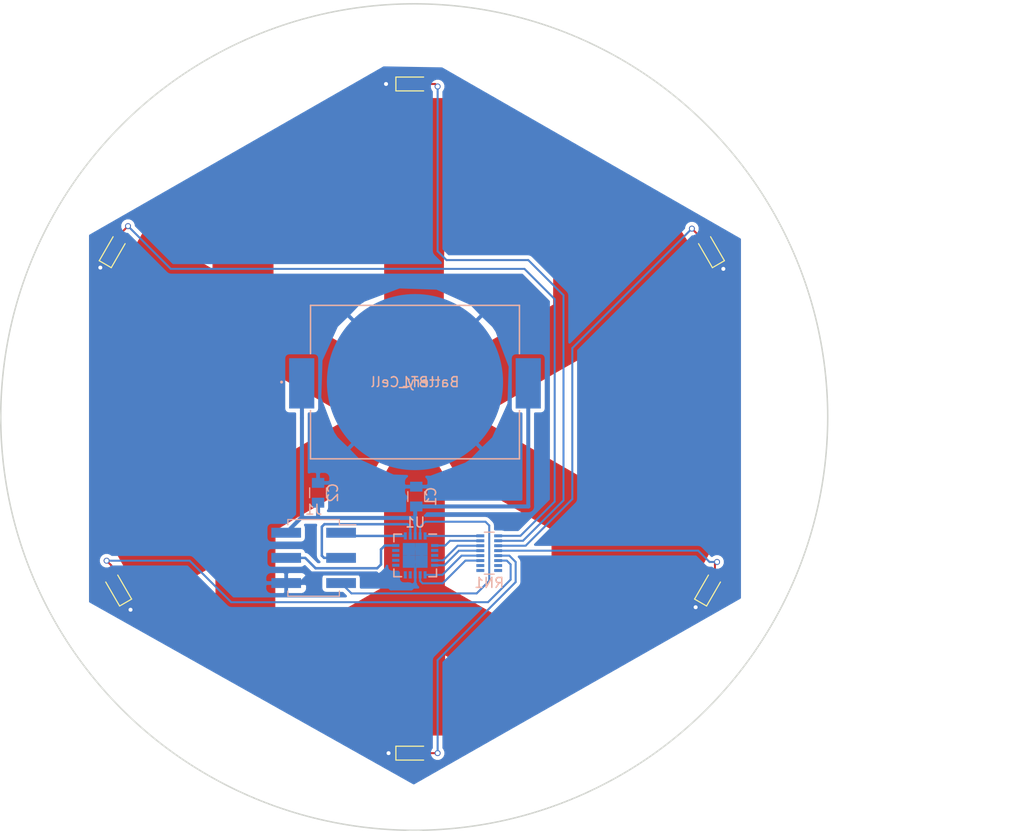
<source format=kicad_pcb>
(kicad_pcb (version 4) (host pcbnew 4.0.7+dfsg1-1)

  (general
    (links 35)
    (no_connects 0)
    (area 28.103286 23.2222 131.665197 108.828114)
    (thickness 1.6)
    (drawings 2)
    (tracks 137)
    (zones 0)
    (modules 14)
    (nets 31)
  )

  (page A4)
  (layers
    (0 F.Cu signal)
    (31 B.Cu signal)
    (32 B.Adhes user)
    (33 F.Adhes user)
    (34 B.Paste user)
    (35 F.Paste user)
    (36 B.SilkS user)
    (37 F.SilkS user)
    (38 B.Mask user)
    (39 F.Mask user)
    (40 Dwgs.User user)
    (41 Cmts.User user)
    (42 Eco1.User user)
    (43 Eco2.User user)
    (44 Edge.Cuts user)
    (45 Margin user)
    (46 B.CrtYd user)
    (47 F.CrtYd user)
    (48 B.Fab user)
    (49 F.Fab user)
  )

  (setup
    (last_trace_width 0.25)
    (user_trace_width 0.2032)
    (user_trace_width 0.254)
    (user_trace_width 0.3048)
    (user_trace_width 0.4064)
    (trace_clearance 0.2)
    (zone_clearance 0.381)
    (zone_45_only no)
    (trace_min 0.1524)
    (segment_width 0.2)
    (edge_width 0.15)
    (via_size 0.6)
    (via_drill 0.4)
    (via_min_size 0.4)
    (via_min_drill 0.3)
    (uvia_size 0.3)
    (uvia_drill 0.1)
    (uvias_allowed no)
    (uvia_min_size 0)
    (uvia_min_drill 0)
    (pcb_text_width 0.3)
    (pcb_text_size 1.5 1.5)
    (mod_edge_width 0.15)
    (mod_text_size 1 1)
    (mod_text_width 0.15)
    (pad_size 1.25 1.25)
    (pad_drill 0)
    (pad_to_mask_clearance 0.2)
    (aux_axis_origin 0 0)
    (visible_elements FFFFFF7F)
    (pcbplotparams
      (layerselection 0x010d0_80000001)
      (usegerberextensions true)
      (excludeedgelayer true)
      (linewidth 0.100000)
      (plotframeref false)
      (viasonmask false)
      (mode 1)
      (useauxorigin false)
      (hpglpennumber 1)
      (hpglpenspeed 20)
      (hpglpendiameter 15)
      (hpglpenoverlay 2)
      (psnegative false)
      (psa4output false)
      (plotreference true)
      (plotvalue true)
      (plotinvisibletext false)
      (padsonsilk false)
      (subtractmaskfromsilk true)
      (outputformat 1)
      (mirror false)
      (drillshape 0)
      (scaleselection 1)
      (outputdirectory output/))
  )

  (net 0 "")
  (net 1 VCC)
  (net 2 GND)
  (net 3 "Net-(D1-Pad2)")
  (net 4 "Net-(D2-Pad2)")
  (net 5 "Net-(D3-Pad2)")
  (net 6 "Net-(D4-Pad2)")
  (net 7 "Net-(D5-Pad2)")
  (net 8 "Net-(D6-Pad2)")
  (net 9 /MISO)
  (net 10 /SCK)
  (net 11 /MOSI)
  (net 12 /~RESET)
  (net 13 "Net-(RN1-Pad1)")
  (net 14 "Net-(RN1-Pad2)")
  (net 15 "Net-(U1-Pad2)")
  (net 16 "Net-(U1-Pad3)")
  (net 17 "Net-(U1-Pad10)")
  (net 18 "Net-(U1-Pad11)")
  (net 19 "Net-(U1-Pad12)")
  (net 20 "Net-(U1-Pad13)")
  (net 21 "Net-(U1-Pad14)")
  (net 22 "Net-(RN1-Pad16)")
  (net 23 /L1)
  (net 24 /L6)
  (net 25 /L5)
  (net 26 /L4)
  (net 27 /L3)
  (net 28 /L2)
  (net 29 "Net-(RN1-Pad15)")
  (net 30 "Net-(U1-Pad9)")

  (net_class Default "This is the default net class."
    (clearance 0.2)
    (trace_width 0.25)
    (via_dia 0.6)
    (via_drill 0.4)
    (uvia_dia 0.3)
    (uvia_drill 0.1)
    (add_net /L1)
    (add_net /L2)
    (add_net /L3)
    (add_net /L4)
    (add_net /L5)
    (add_net /L6)
    (add_net /MISO)
    (add_net /MOSI)
    (add_net /SCK)
    (add_net /~RESET)
    (add_net GND)
    (add_net "Net-(D1-Pad2)")
    (add_net "Net-(D2-Pad2)")
    (add_net "Net-(D3-Pad2)")
    (add_net "Net-(D4-Pad2)")
    (add_net "Net-(D5-Pad2)")
    (add_net "Net-(D6-Pad2)")
    (add_net "Net-(RN1-Pad1)")
    (add_net "Net-(RN1-Pad15)")
    (add_net "Net-(RN1-Pad16)")
    (add_net "Net-(RN1-Pad2)")
    (add_net "Net-(U1-Pad10)")
    (add_net "Net-(U1-Pad11)")
    (add_net "Net-(U1-Pad12)")
    (add_net "Net-(U1-Pad13)")
    (add_net "Net-(U1-Pad14)")
    (add_net "Net-(U1-Pad2)")
    (add_net "Net-(U1-Pad3)")
    (add_net "Net-(U1-Pad9)")
    (add_net VCC)
  )

  (module LEDs:LED_0805 (layer F.Cu) (tedit 5A08A136) (tstamp 5A07E915)
    (at 39.624 50.038 60)
    (descr "LED 0805 smd package")
    (tags "LED led 0805 SMD smd SMT smt smdled SMDLED smtled SMTLED")
    (path /5A07E229)
    (attr smd)
    (fp_text reference D1 (at 0 -1.45 60) (layer F.SilkS) hide
      (effects (font (size 1 1) (thickness 0.15)))
    )
    (fp_text value LED_Small (at 0 1.55 60) (layer F.Fab)
      (effects (font (size 1 1) (thickness 0.15)))
    )
    (fp_line (start -1.8 -0.7) (end -1.8 0.7) (layer F.SilkS) (width 0.12))
    (fp_line (start -0.4 -0.4) (end -0.4 0.4) (layer F.Fab) (width 0.1))
    (fp_line (start -0.4 0) (end 0.2 -0.4) (layer F.Fab) (width 0.1))
    (fp_line (start 0.2 0.4) (end -0.4 0) (layer F.Fab) (width 0.1))
    (fp_line (start 0.2 -0.4) (end 0.2 0.4) (layer F.Fab) (width 0.1))
    (fp_line (start 1 0.6) (end -1 0.6) (layer F.Fab) (width 0.1))
    (fp_line (start 1 -0.6) (end 1 0.6) (layer F.Fab) (width 0.1))
    (fp_line (start -1 -0.6) (end 1 -0.6) (layer F.Fab) (width 0.1))
    (fp_line (start -1 0.6) (end -1 -0.6) (layer F.Fab) (width 0.1))
    (fp_line (start -1.8 0.7) (end 1 0.7) (layer F.SilkS) (width 0.12))
    (fp_line (start -1.8 -0.7) (end 1 -0.7) (layer F.SilkS) (width 0.12))
    (fp_line (start 1.95 -0.85) (end 1.95 0.85) (layer F.CrtYd) (width 0.05))
    (fp_line (start 1.95 0.85) (end -1.95 0.85) (layer F.CrtYd) (width 0.05))
    (fp_line (start -1.95 0.85) (end -1.95 -0.85) (layer F.CrtYd) (width 0.05))
    (fp_line (start -1.95 -0.85) (end 1.95 -0.85) (layer F.CrtYd) (width 0.05))
    (fp_text user %R (at 0 -1.25 60) (layer F.Fab)
      (effects (font (size 0.4 0.4) (thickness 0.1)))
    )
    (pad 2 smd rect (at 1.1 0 240) (size 1.2 1.2) (layers F.Cu F.Paste F.Mask)
      (net 3 "Net-(D1-Pad2)"))
    (pad 1 smd rect (at -1.1 0 240) (size 1.2 1.2) (layers F.Cu F.Paste F.Mask)
      (net 2 GND))
    (model ${KISYS3DMOD}/LEDs.3dshapes/LED_0805.wrl
      (at (xyz 0 0 0))
      (scale (xyz 1 1 1))
      (rotate (xyz 0 0 180))
    )
  )

  (module LEDs:LED_0805 (layer F.Cu) (tedit 5A08A10B) (tstamp 5A07E91B)
    (at 69.85 33.401)
    (descr "LED 0805 smd package")
    (tags "LED led 0805 SMD smd SMT smt smdled SMDLED smtled SMTLED")
    (path /5A07E2CF)
    (attr smd)
    (fp_text reference D2 (at 0 -1.45) (layer F.SilkS) hide
      (effects (font (size 1 1) (thickness 0.15)))
    )
    (fp_text value LED_Small (at 0 1.55) (layer F.Fab)
      (effects (font (size 1 1) (thickness 0.15)))
    )
    (fp_line (start -1.8 -0.7) (end -1.8 0.7) (layer F.SilkS) (width 0.12))
    (fp_line (start -0.4 -0.4) (end -0.4 0.4) (layer F.Fab) (width 0.1))
    (fp_line (start -0.4 0) (end 0.2 -0.4) (layer F.Fab) (width 0.1))
    (fp_line (start 0.2 0.4) (end -0.4 0) (layer F.Fab) (width 0.1))
    (fp_line (start 0.2 -0.4) (end 0.2 0.4) (layer F.Fab) (width 0.1))
    (fp_line (start 1 0.6) (end -1 0.6) (layer F.Fab) (width 0.1))
    (fp_line (start 1 -0.6) (end 1 0.6) (layer F.Fab) (width 0.1))
    (fp_line (start -1 -0.6) (end 1 -0.6) (layer F.Fab) (width 0.1))
    (fp_line (start -1 0.6) (end -1 -0.6) (layer F.Fab) (width 0.1))
    (fp_line (start -1.8 0.7) (end 1 0.7) (layer F.SilkS) (width 0.12))
    (fp_line (start -1.8 -0.7) (end 1 -0.7) (layer F.SilkS) (width 0.12))
    (fp_line (start 1.95 -0.85) (end 1.95 0.85) (layer F.CrtYd) (width 0.05))
    (fp_line (start 1.95 0.85) (end -1.95 0.85) (layer F.CrtYd) (width 0.05))
    (fp_line (start -1.95 0.85) (end -1.95 -0.85) (layer F.CrtYd) (width 0.05))
    (fp_line (start -1.95 -0.85) (end 1.95 -0.85) (layer F.CrtYd) (width 0.05))
    (fp_text user %R (at 0 -1.25) (layer F.Fab)
      (effects (font (size 0.4 0.4) (thickness 0.1)))
    )
    (pad 2 smd rect (at 1.1 0 180) (size 1.2 1.2) (layers F.Cu F.Paste F.Mask)
      (net 4 "Net-(D2-Pad2)"))
    (pad 1 smd rect (at -1.1 0 180) (size 1.2 1.2) (layers F.Cu F.Paste F.Mask)
      (net 2 GND))
    (model ${KISYS3DMOD}/LEDs.3dshapes/LED_0805.wrl
      (at (xyz 0 0 0))
      (scale (xyz 1 1 1))
      (rotate (xyz 0 0 180))
    )
  )

  (module LEDs:LED_0805 (layer F.Cu) (tedit 5A08A11A) (tstamp 5A07E921)
    (at 99.695 50.038 120)
    (descr "LED 0805 smd package")
    (tags "LED led 0805 SMD smd SMT smt smdled SMDLED smtled SMTLED")
    (path /5A07E379)
    (attr smd)
    (fp_text reference D3 (at 0 -1.45 120) (layer F.SilkS) hide
      (effects (font (size 1 1) (thickness 0.15)))
    )
    (fp_text value LED_Small (at 0 1.55 120) (layer F.Fab)
      (effects (font (size 1 1) (thickness 0.15)))
    )
    (fp_line (start -1.8 -0.7) (end -1.8 0.7) (layer F.SilkS) (width 0.12))
    (fp_line (start -0.4 -0.4) (end -0.4 0.4) (layer F.Fab) (width 0.1))
    (fp_line (start -0.4 0) (end 0.2 -0.4) (layer F.Fab) (width 0.1))
    (fp_line (start 0.2 0.4) (end -0.4 0) (layer F.Fab) (width 0.1))
    (fp_line (start 0.2 -0.4) (end 0.2 0.4) (layer F.Fab) (width 0.1))
    (fp_line (start 1 0.6) (end -1 0.6) (layer F.Fab) (width 0.1))
    (fp_line (start 1 -0.6) (end 1 0.6) (layer F.Fab) (width 0.1))
    (fp_line (start -1 -0.6) (end 1 -0.6) (layer F.Fab) (width 0.1))
    (fp_line (start -1 0.6) (end -1 -0.6) (layer F.Fab) (width 0.1))
    (fp_line (start -1.8 0.7) (end 1 0.7) (layer F.SilkS) (width 0.12))
    (fp_line (start -1.8 -0.7) (end 1 -0.7) (layer F.SilkS) (width 0.12))
    (fp_line (start 1.95 -0.85) (end 1.95 0.85) (layer F.CrtYd) (width 0.05))
    (fp_line (start 1.95 0.85) (end -1.95 0.85) (layer F.CrtYd) (width 0.05))
    (fp_line (start -1.95 0.85) (end -1.95 -0.85) (layer F.CrtYd) (width 0.05))
    (fp_line (start -1.95 -0.85) (end 1.95 -0.85) (layer F.CrtYd) (width 0.05))
    (fp_text user %R (at 0 -1.25 120) (layer F.Fab)
      (effects (font (size 0.4 0.4) (thickness 0.1)))
    )
    (pad 2 smd rect (at 1.1 0 300) (size 1.2 1.2) (layers F.Cu F.Paste F.Mask)
      (net 5 "Net-(D3-Pad2)"))
    (pad 1 smd rect (at -1.1 0 300) (size 1.2 1.2) (layers F.Cu F.Paste F.Mask)
      (net 2 GND))
    (model ${KISYS3DMOD}/LEDs.3dshapes/LED_0805.wrl
      (at (xyz 0 0 0))
      (scale (xyz 1 1 1))
      (rotate (xyz 0 0 180))
    )
  )

  (module LEDs:LED_0805 (layer F.Cu) (tedit 5A08A121) (tstamp 5A07E927)
    (at 99.695 84.201 60)
    (descr "LED 0805 smd package")
    (tags "LED led 0805 SMD smd SMT smt smdled SMDLED smtled SMTLED")
    (path /5A07E3B0)
    (attr smd)
    (fp_text reference D4 (at 0 -1.45 60) (layer F.SilkS) hide
      (effects (font (size 1 1) (thickness 0.15)))
    )
    (fp_text value LED_Small (at 0 1.55 60) (layer F.Fab)
      (effects (font (size 1 1) (thickness 0.15)))
    )
    (fp_line (start -1.8 -0.7) (end -1.8 0.7) (layer F.SilkS) (width 0.12))
    (fp_line (start -0.4 -0.4) (end -0.4 0.4) (layer F.Fab) (width 0.1))
    (fp_line (start -0.4 0) (end 0.2 -0.4) (layer F.Fab) (width 0.1))
    (fp_line (start 0.2 0.4) (end -0.4 0) (layer F.Fab) (width 0.1))
    (fp_line (start 0.2 -0.4) (end 0.2 0.4) (layer F.Fab) (width 0.1))
    (fp_line (start 1 0.6) (end -1 0.6) (layer F.Fab) (width 0.1))
    (fp_line (start 1 -0.6) (end 1 0.6) (layer F.Fab) (width 0.1))
    (fp_line (start -1 -0.6) (end 1 -0.6) (layer F.Fab) (width 0.1))
    (fp_line (start -1 0.6) (end -1 -0.6) (layer F.Fab) (width 0.1))
    (fp_line (start -1.8 0.7) (end 1 0.7) (layer F.SilkS) (width 0.12))
    (fp_line (start -1.8 -0.7) (end 1 -0.7) (layer F.SilkS) (width 0.12))
    (fp_line (start 1.95 -0.85) (end 1.95 0.85) (layer F.CrtYd) (width 0.05))
    (fp_line (start 1.95 0.85) (end -1.95 0.85) (layer F.CrtYd) (width 0.05))
    (fp_line (start -1.95 0.85) (end -1.95 -0.85) (layer F.CrtYd) (width 0.05))
    (fp_line (start -1.95 -0.85) (end 1.95 -0.85) (layer F.CrtYd) (width 0.05))
    (fp_text user %R (at 0 -1.25 60) (layer F.Fab)
      (effects (font (size 0.4 0.4) (thickness 0.1)))
    )
    (pad 2 smd rect (at 1.1 0 240) (size 1.2 1.2) (layers F.Cu F.Paste F.Mask)
      (net 6 "Net-(D4-Pad2)"))
    (pad 1 smd rect (at -1.1 0 240) (size 1.2 1.2) (layers F.Cu F.Paste F.Mask)
      (net 2 GND))
    (model ${KISYS3DMOD}/LEDs.3dshapes/LED_0805.wrl
      (at (xyz 0 0 0))
      (scale (xyz 1 1 1))
      (rotate (xyz 0 0 180))
    )
  )

  (module LEDs:LED_0805 (layer F.Cu) (tedit 5A08A127) (tstamp 5A07E92D)
    (at 69.85 100.965)
    (descr "LED 0805 smd package")
    (tags "LED led 0805 SMD smd SMT smt smdled SMDLED smtled SMTLED")
    (path /5A07E3DC)
    (attr smd)
    (fp_text reference D5 (at 0 -1.45) (layer F.SilkS) hide
      (effects (font (size 1 1) (thickness 0.15)))
    )
    (fp_text value LED_Small (at 0 1.55) (layer F.Fab)
      (effects (font (size 1 1) (thickness 0.15)))
    )
    (fp_line (start -1.8 -0.7) (end -1.8 0.7) (layer F.SilkS) (width 0.12))
    (fp_line (start -0.4 -0.4) (end -0.4 0.4) (layer F.Fab) (width 0.1))
    (fp_line (start -0.4 0) (end 0.2 -0.4) (layer F.Fab) (width 0.1))
    (fp_line (start 0.2 0.4) (end -0.4 0) (layer F.Fab) (width 0.1))
    (fp_line (start 0.2 -0.4) (end 0.2 0.4) (layer F.Fab) (width 0.1))
    (fp_line (start 1 0.6) (end -1 0.6) (layer F.Fab) (width 0.1))
    (fp_line (start 1 -0.6) (end 1 0.6) (layer F.Fab) (width 0.1))
    (fp_line (start -1 -0.6) (end 1 -0.6) (layer F.Fab) (width 0.1))
    (fp_line (start -1 0.6) (end -1 -0.6) (layer F.Fab) (width 0.1))
    (fp_line (start -1.8 0.7) (end 1 0.7) (layer F.SilkS) (width 0.12))
    (fp_line (start -1.8 -0.7) (end 1 -0.7) (layer F.SilkS) (width 0.12))
    (fp_line (start 1.95 -0.85) (end 1.95 0.85) (layer F.CrtYd) (width 0.05))
    (fp_line (start 1.95 0.85) (end -1.95 0.85) (layer F.CrtYd) (width 0.05))
    (fp_line (start -1.95 0.85) (end -1.95 -0.85) (layer F.CrtYd) (width 0.05))
    (fp_line (start -1.95 -0.85) (end 1.95 -0.85) (layer F.CrtYd) (width 0.05))
    (fp_text user %R (at 0 -1.25) (layer F.Fab)
      (effects (font (size 0.4 0.4) (thickness 0.1)))
    )
    (pad 2 smd rect (at 1.1 0 180) (size 1.2 1.2) (layers F.Cu F.Paste F.Mask)
      (net 7 "Net-(D5-Pad2)"))
    (pad 1 smd rect (at -1.1 0 180) (size 1.2 1.2) (layers F.Cu F.Paste F.Mask)
      (net 2 GND))
    (model ${KISYS3DMOD}/LEDs.3dshapes/LED_0805.wrl
      (at (xyz 0 0 0))
      (scale (xyz 1 1 1))
      (rotate (xyz 0 0 180))
    )
  )

  (module LEDs:LED_0805 (layer F.Cu) (tedit 5A08A12E) (tstamp 5A07E933)
    (at 39.878 84.201 120)
    (descr "LED 0805 smd package")
    (tags "LED led 0805 SMD smd SMT smt smdled SMDLED smtled SMTLED")
    (path /5A07E40B)
    (attr smd)
    (fp_text reference D6 (at 0 -1.45 120) (layer F.SilkS) hide
      (effects (font (size 1 1) (thickness 0.15)))
    )
    (fp_text value LED_Small (at 0 1.55 120) (layer F.Fab)
      (effects (font (size 1 1) (thickness 0.15)))
    )
    (fp_line (start -1.8 -0.7) (end -1.8 0.7) (layer F.SilkS) (width 0.12))
    (fp_line (start -0.4 -0.4) (end -0.4 0.4) (layer F.Fab) (width 0.1))
    (fp_line (start -0.4 0) (end 0.2 -0.4) (layer F.Fab) (width 0.1))
    (fp_line (start 0.2 0.4) (end -0.4 0) (layer F.Fab) (width 0.1))
    (fp_line (start 0.2 -0.4) (end 0.2 0.4) (layer F.Fab) (width 0.1))
    (fp_line (start 1 0.6) (end -1 0.6) (layer F.Fab) (width 0.1))
    (fp_line (start 1 -0.6) (end 1 0.6) (layer F.Fab) (width 0.1))
    (fp_line (start -1 -0.6) (end 1 -0.6) (layer F.Fab) (width 0.1))
    (fp_line (start -1 0.6) (end -1 -0.6) (layer F.Fab) (width 0.1))
    (fp_line (start -1.8 0.7) (end 1 0.7) (layer F.SilkS) (width 0.12))
    (fp_line (start -1.8 -0.7) (end 1 -0.7) (layer F.SilkS) (width 0.12))
    (fp_line (start 1.95 -0.85) (end 1.95 0.85) (layer F.CrtYd) (width 0.05))
    (fp_line (start 1.95 0.85) (end -1.95 0.85) (layer F.CrtYd) (width 0.05))
    (fp_line (start -1.95 0.85) (end -1.95 -0.85) (layer F.CrtYd) (width 0.05))
    (fp_line (start -1.95 -0.85) (end 1.95 -0.85) (layer F.CrtYd) (width 0.05))
    (fp_text user %R (at 0 -1.25 120) (layer F.Fab)
      (effects (font (size 0.4 0.4) (thickness 0.1)))
    )
    (pad 2 smd rect (at 1.1 0 300) (size 1.2 1.2) (layers F.Cu F.Paste F.Mask)
      (net 8 "Net-(D6-Pad2)"))
    (pad 1 smd rect (at -1.1 0 300) (size 1.2 1.2) (layers F.Cu F.Paste F.Mask)
      (net 2 GND))
    (model ${KISYS3DMOD}/LEDs.3dshapes/LED_0805.wrl
      (at (xyz 0 0 0))
      (scale (xyz 1 1 1))
      (rotate (xyz 0 0 180))
    )
  )

  (module PinHeaders:Pin_Header_Straight_2x03_Pitch2.54mm_SMD (layer B.Cu) (tedit 58CD4EC5) (tstamp 5A07E93D)
    (at 59.75 81.25 180)
    (descr "surface-mounted straight pin header, 2x03, 2.54mm pitch, double rows")
    (tags "Surface mounted pin header SMD 2x03 2.54mm double row")
    (path /5A07DE48)
    (attr smd)
    (fp_text reference J1 (at 0 4.87 180) (layer B.SilkS)
      (effects (font (size 1 1) (thickness 0.15)) (justify mirror))
    )
    (fp_text value ICSP (at 0 -4.87 180) (layer B.Fab)
      (effects (font (size 1 1) (thickness 0.15)) (justify mirror))
    )
    (fp_line (start -2.54 3.81) (end -2.54 -3.81) (layer B.Fab) (width 0.1))
    (fp_line (start -2.54 -3.81) (end 2.54 -3.81) (layer B.Fab) (width 0.1))
    (fp_line (start 2.54 -3.81) (end 2.54 3.81) (layer B.Fab) (width 0.1))
    (fp_line (start 2.54 3.81) (end -2.54 3.81) (layer B.Fab) (width 0.1))
    (fp_line (start -2.54 2.86) (end -2.54 2.22) (layer B.Fab) (width 0.1))
    (fp_line (start -2.54 2.22) (end -3.92 2.22) (layer B.Fab) (width 0.1))
    (fp_line (start -3.92 2.22) (end -3.92 2.86) (layer B.Fab) (width 0.1))
    (fp_line (start -3.92 2.86) (end -2.54 2.86) (layer B.Fab) (width 0.1))
    (fp_line (start 2.54 2.86) (end 2.54 2.22) (layer B.Fab) (width 0.1))
    (fp_line (start 2.54 2.22) (end 3.92 2.22) (layer B.Fab) (width 0.1))
    (fp_line (start 3.92 2.22) (end 3.92 2.86) (layer B.Fab) (width 0.1))
    (fp_line (start 3.92 2.86) (end 2.54 2.86) (layer B.Fab) (width 0.1))
    (fp_line (start -2.54 0.32) (end -2.54 -0.32) (layer B.Fab) (width 0.1))
    (fp_line (start -2.54 -0.32) (end -3.92 -0.32) (layer B.Fab) (width 0.1))
    (fp_line (start -3.92 -0.32) (end -3.92 0.32) (layer B.Fab) (width 0.1))
    (fp_line (start -3.92 0.32) (end -2.54 0.32) (layer B.Fab) (width 0.1))
    (fp_line (start 2.54 0.32) (end 2.54 -0.32) (layer B.Fab) (width 0.1))
    (fp_line (start 2.54 -0.32) (end 3.92 -0.32) (layer B.Fab) (width 0.1))
    (fp_line (start 3.92 -0.32) (end 3.92 0.32) (layer B.Fab) (width 0.1))
    (fp_line (start 3.92 0.32) (end 2.54 0.32) (layer B.Fab) (width 0.1))
    (fp_line (start -2.54 -2.22) (end -2.54 -2.86) (layer B.Fab) (width 0.1))
    (fp_line (start -2.54 -2.86) (end -3.92 -2.86) (layer B.Fab) (width 0.1))
    (fp_line (start -3.92 -2.86) (end -3.92 -2.22) (layer B.Fab) (width 0.1))
    (fp_line (start -3.92 -2.22) (end -2.54 -2.22) (layer B.Fab) (width 0.1))
    (fp_line (start 2.54 -2.22) (end 2.54 -2.86) (layer B.Fab) (width 0.1))
    (fp_line (start 2.54 -2.86) (end 3.92 -2.86) (layer B.Fab) (width 0.1))
    (fp_line (start 3.92 -2.86) (end 3.92 -2.22) (layer B.Fab) (width 0.1))
    (fp_line (start 3.92 -2.22) (end 2.54 -2.22) (layer B.Fab) (width 0.1))
    (fp_line (start -2.6 3.34) (end -2.6 3.87) (layer B.SilkS) (width 0.12))
    (fp_line (start -2.6 3.87) (end 2.6 3.87) (layer B.SilkS) (width 0.12))
    (fp_line (start 2.6 3.87) (end 2.6 3.34) (layer B.SilkS) (width 0.12))
    (fp_line (start -2.6 -3.34) (end -2.6 -3.87) (layer B.SilkS) (width 0.12))
    (fp_line (start -2.6 -3.87) (end 2.6 -3.87) (layer B.SilkS) (width 0.12))
    (fp_line (start 2.6 -3.87) (end 2.6 -3.34) (layer B.SilkS) (width 0.12))
    (fp_line (start -4.27 3.34) (end -2.6 3.34) (layer B.SilkS) (width 0.12))
    (fp_line (start -4.8 4.35) (end -4.8 -4.35) (layer B.CrtYd) (width 0.05))
    (fp_line (start -4.8 -4.35) (end 4.8 -4.35) (layer B.CrtYd) (width 0.05))
    (fp_line (start 4.8 -4.35) (end 4.8 4.35) (layer B.CrtYd) (width 0.05))
    (fp_line (start 4.8 4.35) (end -4.8 4.35) (layer B.CrtYd) (width 0.05))
    (fp_text user %R (at 0 4.87 180) (layer B.Fab)
      (effects (font (size 1 1) (thickness 0.15)) (justify mirror))
    )
    (pad 1 smd rect (at -2.77 2.54 180) (size 3 1) (layers B.Cu B.Paste B.Mask)
      (net 9 /MISO))
    (pad 2 smd rect (at 2.77 2.54 180) (size 3 1) (layers B.Cu B.Paste B.Mask)
      (net 1 VCC))
    (pad 3 smd rect (at -2.77 0 180) (size 3 1) (layers B.Cu B.Paste B.Mask)
      (net 10 /SCK))
    (pad 4 smd rect (at 2.77 0 180) (size 3 1) (layers B.Cu B.Paste B.Mask)
      (net 11 /MOSI))
    (pad 5 smd rect (at -2.77 -2.54 180) (size 3 1) (layers B.Cu B.Paste B.Mask)
      (net 12 /~RESET))
    (pad 6 smd rect (at 2.77 -2.54 180) (size 3 1) (layers B.Cu B.Paste B.Mask)
      (net 2 GND))
    (model ${KISYS3DMOD}/Pin_Headers.3dshapes/Pin_Header_Straight_2x03_Pitch2.54mm_SMD.wrl
      (at (xyz 0 0 0))
      (scale (xyz 1 1 1))
      (rotate (xyz 0 0 0))
    )
  )

  (module Resistors_SMD:R_Array_Convex_8x0602 (layer B.Cu) (tedit 58E0A8FC) (tstamp 5A07E951)
    (at 77.47 80.772)
    (descr "Chip Resistor Network, ROHM MNR18 (see mnr_g.pdf)")
    (tags "resistor array")
    (path /5A07E051)
    (attr smd)
    (fp_text reference RN1 (at 0 3) (layer B.SilkS)
      (effects (font (size 1 1) (thickness 0.15)) (justify mirror))
    )
    (fp_text value 56 (at 0 -3) (layer B.Fab)
      (effects (font (size 1 1) (thickness 0.15)) (justify mirror))
    )
    (fp_text user %R (at 0 0 270) (layer B.Fab)
      (effects (font (size 1 1) (thickness 0.15)) (justify mirror))
    )
    (fp_line (start -0.8 2) (end -0.8 -2) (layer B.Fab) (width 0.1))
    (fp_line (start -0.8 -2) (end 0.8 -2) (layer B.Fab) (width 0.1))
    (fp_line (start 0.8 -2) (end 0.8 2) (layer B.Fab) (width 0.1))
    (fp_line (start 0.8 2) (end -0.8 2) (layer B.Fab) (width 0.1))
    (fp_line (start 0.5 -2.12) (end -0.5 -2.12) (layer B.SilkS) (width 0.12))
    (fp_line (start 0.5 2.12) (end -0.5 2.12) (layer B.SilkS) (width 0.12))
    (fp_line (start -1.55 2.25) (end 1.55 2.25) (layer B.CrtYd) (width 0.05))
    (fp_line (start -1.55 2.25) (end -1.55 -2.25) (layer B.CrtYd) (width 0.05))
    (fp_line (start 1.55 -2.25) (end 1.55 2.25) (layer B.CrtYd) (width 0.05))
    (fp_line (start 1.55 -2.25) (end -1.55 -2.25) (layer B.CrtYd) (width 0.05))
    (pad 1 smd rect (at -0.9 1.75) (size 0.8 0.3) (layers B.Cu B.Paste B.Mask)
      (net 13 "Net-(RN1-Pad1)"))
    (pad 16 smd rect (at 0.9 1.75) (size 0.8 0.3) (layers B.Cu B.Paste B.Mask)
      (net 22 "Net-(RN1-Pad16)"))
    (pad 8 smd rect (at -0.9 -1.75) (size 0.8 0.3) (layers B.Cu B.Paste B.Mask)
      (net 23 /L1))
    (pad 9 smd rect (at 0.9 -1.75) (size 0.8 0.3) (layers B.Cu B.Paste B.Mask)
      (net 3 "Net-(D1-Pad2)"))
    (pad 2 smd rect (at -0.9 1.25) (size 0.8 0.3) (layers B.Cu B.Paste B.Mask)
      (net 14 "Net-(RN1-Pad2)"))
    (pad 3 smd rect (at -0.9 0.75) (size 0.8 0.3) (layers B.Cu B.Paste B.Mask)
      (net 24 /L6))
    (pad 4 smd rect (at -0.9 0.25) (size 0.8 0.3) (layers B.Cu B.Paste B.Mask)
      (net 25 /L5))
    (pad 5 smd rect (at -0.9 -0.25) (size 0.8 0.3) (layers B.Cu B.Paste B.Mask)
      (net 26 /L4))
    (pad 6 smd rect (at -0.9 -0.75) (size 0.8 0.3) (layers B.Cu B.Paste B.Mask)
      (net 27 /L3))
    (pad 7 smd rect (at -0.9 -1.25) (size 0.8 0.3) (layers B.Cu B.Paste B.Mask)
      (net 28 /L2))
    (pad 15 smd rect (at 0.9 1.25) (size 0.8 0.3) (layers B.Cu B.Paste B.Mask)
      (net 29 "Net-(RN1-Pad15)"))
    (pad 14 smd rect (at 0.9 0.75) (size 0.8 0.3) (layers B.Cu B.Paste B.Mask)
      (net 8 "Net-(D6-Pad2)"))
    (pad 13 smd rect (at 0.9 0.25) (size 0.8 0.3) (layers B.Cu B.Paste B.Mask)
      (net 7 "Net-(D5-Pad2)"))
    (pad 11 smd rect (at 0.9 -0.75) (size 0.8 0.3) (layers B.Cu B.Paste B.Mask)
      (net 5 "Net-(D3-Pad2)"))
    (pad 12 smd rect (at 0.9 -0.25) (size 0.8 0.3) (layers B.Cu B.Paste B.Mask)
      (net 6 "Net-(D4-Pad2)"))
    (pad 10 smd rect (at 0.9 -1.25) (size 0.8 0.3) (layers B.Cu B.Paste B.Mask)
      (net 4 "Net-(D2-Pad2)"))
    (model ${KISYS3DMOD}/Resistors_SMD.3dshapes/R_Array_Convex_8x0602.wrl
      (at (xyz 0 0 0))
      (scale (xyz 1 1 1))
      (rotate (xyz 0 0 0))
    )
  )

  (module Housings_DFN_QFN:QFN-20-1EP_4x4mm_Pitch0.5mm (layer B.Cu) (tedit 5A0899AE) (tstamp 5A07E96D)
    (at 70 81 180)
    (descr "20-Lead Plastic Quad Flat, No Lead Package (ML) - 4x4x0.9 mm Body [QFN]; (see Microchip Packaging Specification 00000049BS.pdf)")
    (tags "QFN 0.5")
    (path /5A07DBAC)
    (attr smd)
    (fp_text reference U1 (at 0 3.33 180) (layer B.SilkS)
      (effects (font (size 1 1) (thickness 0.15)) (justify mirror))
    )
    (fp_text value ATTINY2313-20MU (at 0 -3.33 180) (layer B.Fab)
      (effects (font (size 1 1) (thickness 0.15)) (justify mirror))
    )
    (fp_line (start -1 2) (end 2 2) (layer B.Fab) (width 0.15))
    (fp_line (start 2 2) (end 2 -2) (layer B.Fab) (width 0.15))
    (fp_line (start 2 -2) (end -2 -2) (layer B.Fab) (width 0.15))
    (fp_line (start -2 -2) (end -2 1) (layer B.Fab) (width 0.15))
    (fp_line (start -2 1) (end -1 2) (layer B.Fab) (width 0.15))
    (fp_line (start -2.6 2.6) (end -2.6 -2.6) (layer B.CrtYd) (width 0.05))
    (fp_line (start 2.6 2.6) (end 2.6 -2.6) (layer B.CrtYd) (width 0.05))
    (fp_line (start -2.6 2.6) (end 2.6 2.6) (layer B.CrtYd) (width 0.05))
    (fp_line (start -2.6 -2.6) (end 2.6 -2.6) (layer B.CrtYd) (width 0.05))
    (fp_line (start 2.15 2.15) (end 2.15 1.375) (layer B.SilkS) (width 0.15))
    (fp_line (start -2.15 -2.15) (end -2.15 -1.375) (layer B.SilkS) (width 0.15))
    (fp_line (start 2.15 -2.15) (end 2.15 -1.375) (layer B.SilkS) (width 0.15))
    (fp_line (start -2.15 2.15) (end -1.375 2.15) (layer B.SilkS) (width 0.15))
    (fp_line (start -2.15 -2.15) (end -1.375 -2.15) (layer B.SilkS) (width 0.15))
    (fp_line (start 2.15 -2.15) (end 1.375 -2.15) (layer B.SilkS) (width 0.15))
    (fp_line (start 2.15 2.15) (end 1.375 2.15) (layer B.SilkS) (width 0.15))
    (pad 1 smd rect (at -1.965 1 180) (size 0.73 0.3) (layers B.Cu B.Paste B.Mask)
      (net 28 /L2))
    (pad 2 smd rect (at -1.965 0.5 180) (size 0.73 0.3) (layers B.Cu B.Paste B.Mask)
      (net 15 "Net-(U1-Pad2)"))
    (pad 3 smd rect (at -1.965 0 180) (size 0.73 0.3) (layers B.Cu B.Paste B.Mask)
      (net 16 "Net-(U1-Pad3)"))
    (pad 4 smd rect (at -1.965 -0.5 180) (size 0.73 0.3) (layers B.Cu B.Paste B.Mask)
      (net 27 /L3))
    (pad 5 smd rect (at -1.965 -1 180) (size 0.73 0.3) (layers B.Cu B.Paste B.Mask)
      (net 26 /L4))
    (pad 6 smd rect (at -1 -1.965 90) (size 0.73 0.3) (layers B.Cu B.Paste B.Mask)
      (net 25 /L5))
    (pad 7 smd rect (at -0.5 -1.965 90) (size 0.73 0.3) (layers B.Cu B.Paste B.Mask)
      (net 24 /L6))
    (pad 8 smd rect (at 0 -1.965 90) (size 0.73 0.3) (layers B.Cu B.Paste B.Mask)
      (net 2 GND))
    (pad 9 smd rect (at 0.5 -1.965 90) (size 0.73 0.3) (layers B.Cu B.Paste B.Mask)
      (net 30 "Net-(U1-Pad9)"))
    (pad 10 smd rect (at 1 -1.965 90) (size 0.73 0.3) (layers B.Cu B.Paste B.Mask)
      (net 17 "Net-(U1-Pad10)"))
    (pad 11 smd rect (at 1.965 -1 180) (size 0.73 0.3) (layers B.Cu B.Paste B.Mask)
      (net 18 "Net-(U1-Pad11)"))
    (pad 12 smd rect (at 1.965 -0.5 180) (size 0.73 0.3) (layers B.Cu B.Paste B.Mask)
      (net 19 "Net-(U1-Pad12)"))
    (pad 13 smd rect (at 1.965 0 180) (size 0.73 0.3) (layers B.Cu B.Paste B.Mask)
      (net 20 "Net-(U1-Pad13)"))
    (pad 14 smd rect (at 1.965 0.5 180) (size 0.73 0.3) (layers B.Cu B.Paste B.Mask)
      (net 21 "Net-(U1-Pad14)"))
    (pad 15 smd rect (at 1.965 1 180) (size 0.73 0.3) (layers B.Cu B.Paste B.Mask)
      (net 11 /MOSI))
    (pad 16 smd rect (at 1 1.965 90) (size 0.73 0.3) (layers B.Cu B.Paste B.Mask)
      (net 9 /MISO))
    (pad 17 smd rect (at 0.5 1.965 90) (size 0.73 0.3) (layers B.Cu B.Paste B.Mask)
      (net 10 /SCK))
    (pad 18 smd rect (at 0 1.965 90) (size 0.73 0.3) (layers B.Cu B.Paste B.Mask)
      (net 1 VCC))
    (pad 19 smd rect (at -0.5 1.965 90) (size 0.73 0.3) (layers B.Cu B.Paste B.Mask)
      (net 12 /~RESET))
    (pad 20 smd rect (at -1 1.965 90) (size 0.73 0.3) (layers B.Cu B.Paste B.Mask)
      (net 23 /L1))
    (pad 21 smd rect (at 0.625 -0.625 180) (size 1.25 1.25) (layers B.Cu B.Paste B.Mask)
      (net 2 GND) (solder_paste_margin_ratio -0.2))
    (pad 21 smd rect (at 0.625 0.625 180) (size 1.25 1.25) (layers B.Cu B.Paste B.Mask)
      (net 2 GND) (solder_paste_margin_ratio -0.2))
    (pad 21 smd rect (at -0.625 -0.625 180) (size 1.25 1.25) (layers B.Cu B.Paste B.Mask)
      (net 2 GND) (solder_paste_margin_ratio -0.2))
    (pad 21 smd rect (at -0.625 0.625 180) (size 1.25 1.25) (layers B.Cu B.Paste B.Mask)
      (net 2 GND) (solder_paste_margin_ratio -0.2))
    (model ${KISYS3DMOD}/Housings_DFN_QFN.3dshapes/QFN-20-1EP_4x4mm_Pitch0.5mm.wrl
      (at (xyz 0 0 0))
      (scale (xyz 1 1 1))
      (rotate (xyz 0 0 0))
    )
  )

  (module Capacitors_SMD:C_0805 (layer B.Cu) (tedit 58AA8463) (tstamp 5A089070)
    (at 70.104 75.057 90)
    (descr "Capacitor SMD 0805, reflow soldering, AVX (see smccp.pdf)")
    (tags "capacitor 0805")
    (path /5A089002)
    (attr smd)
    (fp_text reference C1 (at 0 1.5 90) (layer B.SilkS)
      (effects (font (size 1 1) (thickness 0.15)) (justify mirror))
    )
    (fp_text value 0.1u (at 0 -1.75 90) (layer B.Fab)
      (effects (font (size 1 1) (thickness 0.15)) (justify mirror))
    )
    (fp_text user %R (at 0 1.5 90) (layer B.Fab)
      (effects (font (size 1 1) (thickness 0.15)) (justify mirror))
    )
    (fp_line (start -1 -0.62) (end -1 0.62) (layer B.Fab) (width 0.1))
    (fp_line (start 1 -0.62) (end -1 -0.62) (layer B.Fab) (width 0.1))
    (fp_line (start 1 0.62) (end 1 -0.62) (layer B.Fab) (width 0.1))
    (fp_line (start -1 0.62) (end 1 0.62) (layer B.Fab) (width 0.1))
    (fp_line (start 0.5 0.85) (end -0.5 0.85) (layer B.SilkS) (width 0.12))
    (fp_line (start -0.5 -0.85) (end 0.5 -0.85) (layer B.SilkS) (width 0.12))
    (fp_line (start -1.75 0.88) (end 1.75 0.88) (layer B.CrtYd) (width 0.05))
    (fp_line (start -1.75 0.88) (end -1.75 -0.87) (layer B.CrtYd) (width 0.05))
    (fp_line (start 1.75 -0.87) (end 1.75 0.88) (layer B.CrtYd) (width 0.05))
    (fp_line (start 1.75 -0.87) (end -1.75 -0.87) (layer B.CrtYd) (width 0.05))
    (pad 1 smd rect (at -1 0 90) (size 1 1.25) (layers B.Cu B.Paste B.Mask)
      (net 1 VCC))
    (pad 2 smd rect (at 1 0 90) (size 1 1.25) (layers B.Cu B.Paste B.Mask)
      (net 2 GND))
    (model Capacitors_SMD.3dshapes/C_0805.wrl
      (at (xyz 0 0 0))
      (scale (xyz 1 1 1))
      (rotate (xyz 0 0 0))
    )
  )

  (module Capacitors_SMD:C_0805 (layer B.Cu) (tedit 58AA8463) (tstamp 5A089076)
    (at 60.198 74.676 90)
    (descr "Capacitor SMD 0805, reflow soldering, AVX (see smccp.pdf)")
    (tags "capacitor 0805")
    (path /5A089048)
    (attr smd)
    (fp_text reference C2 (at 0 1.5 90) (layer B.SilkS)
      (effects (font (size 1 1) (thickness 0.15)) (justify mirror))
    )
    (fp_text value 10u (at 0 -1.75 90) (layer B.Fab)
      (effects (font (size 1 1) (thickness 0.15)) (justify mirror))
    )
    (fp_text user %R (at 0 1.5 90) (layer B.Fab)
      (effects (font (size 1 1) (thickness 0.15)) (justify mirror))
    )
    (fp_line (start -1 -0.62) (end -1 0.62) (layer B.Fab) (width 0.1))
    (fp_line (start 1 -0.62) (end -1 -0.62) (layer B.Fab) (width 0.1))
    (fp_line (start 1 0.62) (end 1 -0.62) (layer B.Fab) (width 0.1))
    (fp_line (start -1 0.62) (end 1 0.62) (layer B.Fab) (width 0.1))
    (fp_line (start 0.5 0.85) (end -0.5 0.85) (layer B.SilkS) (width 0.12))
    (fp_line (start -0.5 -0.85) (end 0.5 -0.85) (layer B.SilkS) (width 0.12))
    (fp_line (start -1.75 0.88) (end 1.75 0.88) (layer B.CrtYd) (width 0.05))
    (fp_line (start -1.75 0.88) (end -1.75 -0.87) (layer B.CrtYd) (width 0.05))
    (fp_line (start 1.75 -0.87) (end 1.75 0.88) (layer B.CrtYd) (width 0.05))
    (fp_line (start 1.75 -0.87) (end -1.75 -0.87) (layer B.CrtYd) (width 0.05))
    (pad 1 smd rect (at -1 0 90) (size 1 1.25) (layers B.Cu B.Paste B.Mask)
      (net 1 VCC))
    (pad 2 smd rect (at 1 0 90) (size 1 1.25) (layers B.Cu B.Paste B.Mask)
      (net 2 GND))
    (model Capacitors_SMD.3dshapes/C_0805.wrl
      (at (xyz 0 0 0))
      (scale (xyz 1 1 1))
      (rotate (xyz 0 0 0))
    )
  )

  (module Mounting_Holes:MountingHole_3.2mm_M3 (layer F.Cu) (tedit 5A08A101) (tstamp 5A08A0F1)
    (at 69.5452 28.3972)
    (descr "Mounting Hole 3.2mm, no annular, M3")
    (tags "mounting hole 3.2mm no annular m3")
    (fp_text reference REF** (at 0 -4.2) (layer F.SilkS) hide
      (effects (font (size 1 1) (thickness 0.15)))
    )
    (fp_text value MountingHole_3.2mm_M3 (at 0 4.2) (layer F.Fab)
      (effects (font (size 1 1) (thickness 0.15)))
    )
    (fp_circle (center 0 0) (end 3.2 0) (layer Cmts.User) (width 0.15))
    (fp_circle (center 0 0) (end 3.45 0) (layer F.CrtYd) (width 0.05))
    (pad 1 np_thru_hole circle (at 0 0) (size 3.2 3.2) (drill 3.2) (layers *.Cu *.Mask))
  )

  (module footprints:Snowflake (layer F.Cu) (tedit 0) (tstamp 5A0890AB)
    (at 69.75 67)
    (fp_text reference G*** (at 0 0) (layer F.SilkS) hide
      (effects (font (thickness 0.3)))
    )
    (fp_text value LOGO (at 0.75 0) (layer F.SilkS) hide
      (effects (font (thickness 0.3)))
    )
    (fp_poly (pts (xy 1.682385 3.325382) (xy 3.217333 5.982225) (xy 3.219031 11.521279) (xy 3.220728 17.060333)
      (xy 7.527154 19.541444) (xy 8.312212 19.994112) (xy 9.055845 20.423596) (xy 9.74466 20.822115)
      (xy 10.365264 21.181886) (xy 10.904264 21.495128) (xy 11.348266 21.754058) (xy 11.683878 21.950894)
      (xy 11.897707 22.077855) (xy 11.974186 22.125368) (xy 12.00456 22.165218) (xy 12.007996 22.233857)
      (xy 11.977212 22.345775) (xy 11.904922 22.515459) (xy 11.783846 22.757398) (xy 11.606698 23.086081)
      (xy 11.366196 23.515994) (xy 11.055057 24.061628) (xy 10.665998 24.737469) (xy 10.628037 24.803228)
      (xy 10.281445 25.402925) (xy 9.961832 25.954796) (xy 9.678995 26.442011) (xy 9.442735 26.847737)
      (xy 9.262851 27.155142) (xy 9.149141 27.347394) (xy 9.111632 27.407924) (xy 9.034396 27.373496)
      (xy 8.826551 27.262752) (xy 8.50384 27.084546) (xy 8.082009 26.847734) (xy 7.576802 26.561173)
      (xy 7.003962 26.233717) (xy 6.379235 25.874223) (xy 6.170824 25.7538) (xy 3.259667 24.070028)
      (xy 3.237687 28.12168) (xy 3.215707 32.173333) (xy -2.878667 32.173333) (xy -2.878667 28.184941)
      (xy -2.878984 27.25883) (xy -2.880275 26.488142) (xy -2.883052 25.858967) (xy -2.887828 25.357396)
      (xy -2.895113 24.969519) (xy -2.905419 24.681427) (xy -2.919258 24.47921) (xy -2.937141 24.348959)
      (xy -2.959581 24.276763) (xy -2.987088 24.248714) (xy -3.020175 24.250901) (xy -3.023333 24.252063)
      (xy -3.126887 24.305684) (xy -3.360092 24.434752) (xy -3.706147 24.629709) (xy -4.148252 24.881001)
      (xy -4.669606 25.17907) (xy -5.253407 25.51436) (xy -5.882855 25.877316) (xy -6.016323 25.954455)
      (xy -6.649504 26.319391) (xy -7.237635 26.656122) (xy -7.764447 26.955502) (xy -8.213671 27.208386)
      (xy -8.569038 27.405625) (xy -8.814279 27.538074) (xy -8.933126 27.596587) (xy -8.940823 27.598627)
      (xy -8.996507 27.52784) (xy -9.123912 27.330208) (xy -9.311147 27.026139) (xy -9.546319 26.636037)
      (xy -9.817537 26.18031) (xy -10.112908 25.679364) (xy -10.420542 25.153604) (xy -10.728545 24.623436)
      (xy -11.025027 24.109267) (xy -11.298094 23.631503) (xy -11.535856 23.210549) (xy -11.726421 22.866812)
      (xy -11.857896 22.620699) (xy -11.918389 22.492614) (xy -11.920401 22.485775) (xy -11.853322 22.423616)
      (xy -11.648584 22.28388) (xy -11.31588 22.072421) (xy -10.864903 21.795095) (xy -10.305346 21.457759)
      (xy -9.646902 21.066268) (xy -8.899264 20.626479) (xy -8.072125 20.144247) (xy -7.412301 19.762211)
      (xy -2.879466 17.145) (xy -2.879066 11.51986) (xy -2.878667 5.894721) (xy -1.508453 3.51886)
      (xy -1.169671 2.931751) (xy -0.852465 2.382635) (xy -0.568205 1.891146) (xy -0.328256 1.476915)
      (xy -0.143986 1.159574) (xy -0.026764 0.958754) (xy 0.004598 0.90577) (xy 0.147436 0.66854)
      (xy 1.682385 3.325382)) (layer F.Cu) (width 0.01))
    (fp_poly (pts (xy -1.11936 0.635) (xy -2.554994 3.132667) (xy -2.900004 3.729715) (xy -3.223603 4.283647)
      (xy -3.514908 4.776293) (xy -3.763035 5.189488) (xy -3.957101 5.505065) (xy -4.086225 5.704856)
      (xy -4.133147 5.767081) (xy -4.229733 5.832222) (xy -4.460459 5.974161) (xy -4.812594 6.185418)
      (xy -5.273407 6.458512) (xy -5.830168 6.785963) (xy -6.470146 7.16029) (xy -7.180609 7.574014)
      (xy -7.948828 8.019653) (xy -8.762072 8.489728) (xy -9.017 8.636747) (xy -9.838726 9.111266)
      (xy -10.617198 9.562499) (xy -11.339964 9.983119) (xy -11.994571 10.3658) (xy -12.56857 10.703213)
      (xy -13.049507 10.988033) (xy -13.424932 11.212932) (xy -13.682392 11.370583) (xy -13.809436 11.45366)
      (xy -13.820537 11.463333) (xy -13.831701 11.562677) (xy -13.842265 11.816392) (xy -13.852046 12.209513)
      (xy -13.86086 12.727078) (xy -13.868525 13.354124) (xy -13.874859 14.075688) (xy -13.879677 14.876808)
      (xy -13.882797 15.742521) (xy -13.884037 16.657862) (xy -13.884037 16.658167) (xy -13.885333 21.759333)
      (xy -19.896667 21.759333) (xy -19.896667 18.363608) (xy -19.897198 17.511622) (xy -19.899182 16.814172)
      (xy -19.903202 16.256462) (xy -19.909841 15.823699) (xy -19.919684 15.501087) (xy -19.933314 15.273831)
      (xy -19.951315 15.127136) (xy -19.974271 15.046207) (xy -20.002766 15.016249) (xy -20.028656 15.018532)
      (xy -20.127394 15.070287) (xy -20.357238 15.198166) (xy -20.702786 15.393386) (xy -21.148636 15.647161)
      (xy -21.679386 15.950708) (xy -22.279635 16.295242) (xy -22.933982 16.67198) (xy -23.460453 16.975856)
      (xy -24.143714 17.370002) (xy -24.782996 17.737525) (xy -25.363172 18.069817) (xy -25.869112 18.358271)
      (xy -26.285688 18.594281) (xy -26.597771 18.76924) (xy -26.790233 18.874541) (xy -26.847503 18.902765)
      (xy -26.905355 18.836738) (xy -27.035228 18.643815) (xy -27.225219 18.344174) (xy -27.463423 17.957994)
      (xy -27.737936 17.505451) (xy -28.036855 17.006725) (xy -28.348276 16.481991) (xy -28.660295 15.951429)
      (xy -28.961009 15.435215) (xy -29.238513 14.953527) (xy -29.480904 14.526543) (xy -29.676277 14.174441)
      (xy -29.81273 13.917398) (xy -29.878358 13.775591) (xy -29.88246 13.758333) (xy -29.811517 13.700142)
      (xy -29.607966 13.566834) (xy -29.28632 13.367125) (xy -28.861094 13.109735) (xy -28.346803 12.80338)
      (xy -27.757962 12.456778) (xy -27.109085 12.078647) (xy -26.499241 11.726333) (xy -25.810461 11.328225)
      (xy -25.169716 10.954461) (xy -24.591393 10.61368) (xy -24.08988 10.314522) (xy -23.679564 10.065627)
      (xy -23.374832 9.875634) (xy -23.190073 9.753183) (xy -23.138182 9.708054) (xy -23.214186 9.651569)
      (xy -23.421391 9.520165) (xy -23.744129 9.323204) (xy -24.166733 9.070047) (xy -24.673534 8.770057)
      (xy -25.248865 8.432596) (xy -25.877058 8.067027) (xy -26.113634 7.930054) (xy -26.755605 7.556624)
      (xy -27.348767 7.207263) (xy -27.877691 6.891384) (xy -28.32695 6.618395) (xy -28.681117 6.397706)
      (xy -28.924764 6.23873) (xy -29.042464 6.150874) (xy -29.051013 6.138333) (xy -29.006619 6.047397)
      (xy -28.887258 5.827363) (xy -28.70276 5.495702) (xy -28.462954 5.069888) (xy -28.17767 4.567393)
      (xy -27.856739 4.005689) (xy -27.583062 3.529133) (xy -27.161312 2.800851) (xy -26.81437 2.212195)
      (xy -26.536349 1.753923) (xy -26.321363 1.416791) (xy -26.163526 1.191556) (xy -26.056952 1.068974)
      (xy -25.997441 1.039284) (xy -25.902085 1.086865) (xy -25.673357 1.21193) (xy -25.324373 1.407022)
      (xy -24.868249 1.664684) (xy -24.318101 1.977458) (xy -23.687046 2.337887) (xy -22.9882 2.738516)
      (xy -22.234678 3.171885) (xy -21.439597 3.63054) (xy -21.43425 3.633629) (xy -20.419142 4.217908)
      (xy -19.523648 4.728796) (xy -18.751416 5.164291) (xy -18.106095 5.522388) (xy -17.591332 5.801086)
      (xy -17.210777 5.99838) (xy -16.968076 6.112268) (xy -16.867678 6.141099) (xy -16.772467 6.090666)
      (xy -16.543341 5.962639) (xy -16.19294 5.764251) (xy -15.733906 5.502734) (xy -15.178879 5.185321)
      (xy -14.540498 4.819244) (xy -13.831404 4.411736) (xy -13.064237 3.970029) (xy -12.251637 3.501356)
      (xy -11.971705 3.339723) (xy -7.211742 0.590538) (xy -1.11936 0.635)) (layer F.Cu) (width 0.01))
    (fp_poly (pts (xy 12.087476 3.269063) (xy 12.90428 3.740812) (xy 13.681861 4.189941) (xy 14.407106 4.608875)
      (xy 15.066898 4.990034) (xy 15.648121 5.32584) (xy 16.137659 5.608717) (xy 16.522396 5.831086)
      (xy 16.789218 5.985369) (xy 16.925008 6.063989) (xy 16.934909 6.069746) (xy 16.982645 6.092682)
      (xy 17.039594 6.102916) (xy 17.116988 6.094544) (xy 17.226058 6.061662) (xy 17.378034 5.998365)
      (xy 17.584147 5.898749) (xy 17.855629 5.756909) (xy 18.203709 5.566941) (xy 18.639618 5.322941)
      (xy 19.174588 5.019004) (xy 19.819849 4.649225) (xy 20.586632 4.207701) (xy 21.486168 3.688527)
      (xy 21.708793 3.559954) (xy 22.512015 3.0966) (xy 23.270805 2.659964) (xy 23.972655 2.257173)
      (xy 24.605059 1.895352) (xy 25.15551 1.581626) (xy 25.6115 1.323121) (xy 25.960524 1.126964)
      (xy 26.190075 1.000278) (xy 26.287645 0.95019) (xy 26.290183 0.949772) (xy 26.347184 1.039714)
      (xy 26.47518 1.255285) (xy 26.662287 1.575706) (xy 26.896624 1.980199) (xy 27.166307 2.447987)
      (xy 27.459455 2.95829) (xy 27.764184 3.49033) (xy 28.068612 4.023329) (xy 28.360856 4.536509)
      (xy 28.629034 5.009092) (xy 28.861263 5.420299) (xy 29.045661 5.749352) (xy 29.170345 5.975472)
      (xy 29.223432 6.077882) (xy 29.22436 6.080573) (xy 29.159243 6.151664) (xy 28.953368 6.299847)
      (xy 28.614256 6.520433) (xy 28.149425 6.808736) (xy 27.566396 7.160069) (xy 26.872689 7.569744)
      (xy 26.299512 7.903652) (xy 25.657126 8.277882) (xy 25.062897 8.627708) (xy 24.532331 8.943728)
      (xy 24.080929 9.216542) (xy 23.724197 9.436751) (xy 23.477639 9.594953) (xy 23.356757 9.681748)
      (xy 23.346987 9.69384) (xy 23.418125 9.751016) (xy 23.621631 9.883371) (xy 23.942837 10.0821)
      (xy 24.367072 10.3384) (xy 24.879666 10.643467) (xy 25.465949 10.988496) (xy 26.11125 11.364683)
      (xy 26.657717 11.680761) (xy 27.339579 12.075626) (xy 27.974085 12.446581) (xy 28.546565 12.784793)
      (xy 29.042347 13.081429) (xy 29.446757 13.327657) (xy 29.745124 13.514644) (xy 29.922776 13.633557)
      (xy 29.968124 13.673667) (xy 29.926883 13.775809) (xy 29.81112 13.999425) (xy 29.632738 14.324336)
      (xy 29.403643 14.730363) (xy 29.13574 15.197327) (xy 28.840934 15.705049) (xy 28.531128 16.233349)
      (xy 28.218229 16.762048) (xy 27.914141 17.270968) (xy 27.630769 17.739929) (xy 27.380018 18.148752)
      (xy 27.173792 18.477258) (xy 27.023996 18.705268) (xy 26.942536 18.812603) (xy 26.933046 18.818225)
      (xy 26.843797 18.772888) (xy 26.623233 18.651159) (xy 26.28649 18.461655) (xy 25.848701 18.212996)
      (xy 25.325001 17.913798) (xy 24.730524 17.572679) (xy 24.080404 17.198256) (xy 23.550344 16.892059)
      (xy 22.867559 16.49831) (xy 22.228441 16.132017) (xy 21.648151 15.801705) (xy 21.141849 15.515898)
      (xy 20.724698 15.283122) (xy 20.411858 15.111901) (xy 20.218489 15.010759) (xy 20.1605 14.986)
      (xy 20.134718 15.041547) (xy 20.113427 15.213793) (xy 20.09639 15.511148) (xy 20.083373 15.942018)
      (xy 20.074143 16.514813) (xy 20.068463 17.23794) (xy 20.0661 18.119809) (xy 20.066 18.372667)
      (xy 20.066 21.759333) (xy 14.055968 21.759333) (xy 14.034151 16.5735) (xy 14.012333 11.387667)
      (xy 10.668 9.454973) (xy 9.913923 9.018953) (xy 9.148817 8.576115) (xy 8.397118 8.140635)
      (xy 7.683266 7.726686) (xy 7.031696 7.348443) (xy 6.466846 7.020078) (xy 6.013154 6.755767)
      (xy 5.850866 6.660973) (xy 4.378066 5.799667) (xy 2.910651 3.259667) (xy 2.566882 2.662949)
      (xy 2.251612 2.112473) (xy 1.974549 1.625438) (xy 1.7454 1.219047) (xy 1.573874 0.9105)
      (xy 1.469677 0.716998) (xy 1.441284 0.656167) (xy 1.522318 0.6415) (xy 1.753679 0.62803)
      (xy 2.116364 0.616158) (xy 2.59137 0.606285) (xy 3.159692 0.598813) (xy 3.802326 0.594143)
      (xy 4.446309 0.592667) (xy 7.453286 0.592667) (xy 12.087476 3.269063)) (layer F.Cu) (width 0.01))
    (fp_poly (pts (xy -14.054667 -11.372375) (xy -4.114737 -5.630333) (xy -2.814513 -3.386667) (xy -2.479588 -2.808824)
      (xy -2.162652 -2.262209) (xy -1.876289 -1.768515) (xy -1.633086 -1.349434) (xy -1.44563 -1.026657)
      (xy -1.326505 -0.821876) (xy -1.305142 -0.785271) (xy -1.095995 -0.427541) (xy -4.121388 -0.404271)
      (xy -7.146782 -0.381) (xy -12.080796 -3.232124) (xy -17.01481 -6.083247) (xy -21.475229 -3.507003)
      (xy -22.269676 -3.048999) (xy -23.019941 -2.618115) (xy -23.713335 -2.221529) (xy -24.337168 -1.866422)
      (xy -24.878751 -1.559971) (xy -25.325394 -1.309356) (xy -25.664406 -1.121755) (xy -25.883099 -1.004348)
      (xy -25.968783 -0.964313) (xy -25.969418 -0.96453) (xy -26.018137 -1.043215) (xy -26.141478 -1.251749)
      (xy -26.329594 -1.573218) (xy -26.572637 -1.990712) (xy -26.860758 -2.487318) (xy -27.18411 -3.046124)
      (xy -27.482303 -3.562584) (xy -27.888966 -4.27067) (xy -28.215121 -4.846229) (xy -28.467311 -5.301976)
      (xy -28.652084 -5.650627) (xy -28.775986 -5.904897) (xy -28.845562 -6.0775) (xy -28.867358 -6.181152)
      (xy -28.852876 -6.224844) (xy -28.756643 -6.288108) (xy -28.530379 -6.425166) (xy -28.191193 -6.626004)
      (xy -27.756193 -6.880609) (xy -27.24249 -7.178968) (xy -26.66719 -7.511069) (xy -26.047405 -7.866898)
      (xy -26.035 -7.874) (xy -25.41481 -8.229965) (xy -24.839001 -8.562156) (xy -24.324636 -8.860601)
      (xy -23.888781 -9.115325) (xy -23.548498 -9.316356) (xy -23.320853 -9.453718) (xy -23.222909 -9.51744)
      (xy -23.222359 -9.517923) (xy -23.234862 -9.562504) (xy -23.333073 -9.650256) (xy -23.525393 -9.786382)
      (xy -23.820227 -9.976086) (xy -24.225977 -10.224572) (xy -24.751047 -10.537044) (xy -25.403841 -10.918706)
      (xy -26.192762 -11.374761) (xy -26.584303 -11.599832) (xy -27.28254 -12.001636) (xy -27.933883 -12.378373)
      (xy -28.523974 -12.7216) (xy -29.038454 -13.022876) (xy -29.462963 -13.273758) (xy -29.783144 -13.465803)
      (xy -29.984638 -13.590569) (xy -30.053111 -13.639384) (xy -30.013291 -13.718275) (xy -29.900325 -13.923414)
      (xy -29.725862 -14.234478) (xy -29.501546 -14.631139) (xy -29.239025 -15.093073) (xy -28.949945 -15.599954)
      (xy -28.645952 -16.131457) (xy -28.338694 -16.667255) (xy -28.039817 -17.187024) (xy -27.760968 -17.670438)
      (xy -27.513792 -18.097171) (xy -27.309937 -18.446897) (xy -27.161049 -18.699292) (xy -27.078775 -18.83403)
      (xy -27.067238 -18.850318) (xy -26.991542 -18.814081) (xy -26.783819 -18.701121) (xy -26.458541 -18.519635)
      (xy -26.030178 -18.277825) (xy -25.513201 -17.98389) (xy -24.922083 -17.646028) (xy -24.271295 -17.27244)
      (xy -23.61843 -16.896222) (xy -20.193 -14.918748) (xy -20.170905 -18.423708) (xy -20.148809 -21.928667)
      (xy -14.054667 -21.928667) (xy -14.054667 -11.372375)) (layer F.Cu) (width 0.01))
    (fp_poly (pts (xy 20.32 -18.415) (xy 20.320918 -17.662191) (xy 20.323541 -16.964608) (xy 20.327672 -16.339845)
      (xy 20.333112 -15.805499) (xy 20.339663 -15.379164) (xy 20.347129 -15.078438) (xy 20.355311 -14.920914)
      (xy 20.359478 -14.901333) (xy 20.438645 -14.942348) (xy 20.649473 -15.059733) (xy 20.977088 -15.244998)
      (xy 21.406616 -15.489656) (xy 21.923181 -15.785216) (xy 22.51191 -16.123191) (xy 23.157928 -16.495091)
      (xy 23.688511 -16.801233) (xy 24.371118 -17.194847) (xy 25.010044 -17.562058) (xy 25.590078 -17.894213)
      (xy 26.096012 -18.18266) (xy 26.512637 -18.418744) (xy 26.824744 -18.593812) (xy 27.017123 -18.699211)
      (xy 27.073917 -18.7274) (xy 27.135638 -18.663003) (xy 27.26825 -18.471033) (xy 27.45996 -18.171689)
      (xy 27.698973 -17.785172) (xy 27.973498 -17.331682) (xy 28.27174 -16.831419) (xy 28.581906 -16.304584)
      (xy 28.892202 -15.771376) (xy 29.190836 -15.251996) (xy 29.466014 -14.766645) (xy 29.705942 -14.335521)
      (xy 29.898827 -13.978826) (xy 30.032876 -13.71676) (xy 30.096296 -13.569523) (xy 30.098772 -13.546298)
      (xy 30.019197 -13.491599) (xy 29.807605 -13.36126) (xy 29.478792 -13.164014) (xy 29.047557 -12.908593)
      (xy 28.528699 -12.60373) (xy 27.937016 -12.258158) (xy 27.287305 -11.880608) (xy 26.712897 -11.548243)
      (xy 26.027796 -11.151339) (xy 25.389906 -10.779381) (xy 24.813795 -10.441039) (xy 24.314033 -10.144982)
      (xy 23.905189 -9.89988) (xy 23.601833 -9.714401) (xy 23.418533 -9.597217) (xy 23.368 -9.557885)
      (xy 23.438835 -9.503968) (xy 23.640743 -9.375443) (xy 23.957829 -9.181812) (xy 24.374199 -8.932575)
      (xy 24.873957 -8.637233) (xy 25.44121 -8.305288) (xy 26.060061 -7.94624) (xy 26.183167 -7.875163)
      (xy 26.813455 -7.510815) (xy 27.398402 -7.171286) (xy 27.921569 -6.866221) (xy 28.366522 -6.605265)
      (xy 28.716823 -6.398064) (xy 28.956038 -6.254262) (xy 29.06773 -6.183506) (xy 29.072922 -6.179369)
      (xy 29.046093 -6.096373) (xy 28.945888 -5.887368) (xy 28.783763 -5.572896) (xy 28.571173 -5.1735)
      (xy 28.319572 -4.709723) (xy 28.040416 -4.202108) (xy 27.745159 -3.671197) (xy 27.445256 -3.137534)
      (xy 27.152162 -2.621661) (xy 26.877332 -2.144121) (xy 26.632222 -1.725457) (xy 26.428284 -1.386212)
      (xy 26.276976 -1.146928) (xy 26.224284 -1.070711) (xy 26.1933 -1.042205) (xy 26.144508 -1.030878)
      (xy 26.066789 -1.042607) (xy 25.949021 -1.083272) (xy 25.780085 -1.158751) (xy 25.548859 -1.274923)
      (xy 25.244223 -1.437667) (xy 24.855056 -1.652861) (xy 24.370238 -1.926384) (xy 23.778648 -2.264114)
      (xy 23.069165 -2.671931) (xy 22.230669 -3.155713) (xy 21.699678 -3.462544) (xy 20.908152 -3.919291)
      (xy 20.159473 -4.349798) (xy 19.466597 -4.746716) (xy 18.842477 -5.102697) (xy 18.300068 -5.410391)
      (xy 17.852325 -5.662451) (xy 17.5122 -5.851527) (xy 17.29265 -5.970271) (xy 17.206669 -6.011333)
      (xy 17.120851 -5.970018) (xy 16.900909 -5.850746) (xy 16.559189 -5.660532) (xy 16.108039 -5.406391)
      (xy 15.559805 -5.095335) (xy 14.926835 -4.734378) (xy 14.221475 -4.330535) (xy 13.456074 -3.890819)
      (xy 12.642977 -3.422245) (xy 12.288162 -3.217333) (xy 7.453256 -0.423333) (xy 4.446294 -0.423333)
      (xy 3.751747 -0.424633) (xy 3.113849 -0.428331) (xy 2.551621 -0.434123) (xy 2.084084 -0.441706)
      (xy 1.730258 -0.450776) (xy 1.509163 -0.461031) (xy 1.439333 -0.471299) (xy 1.480094 -0.555071)
      (xy 1.594495 -0.764535) (xy 1.770716 -1.079198) (xy 1.996937 -1.478566) (xy 2.261339 -1.942145)
      (xy 2.552099 -2.449442) (xy 2.8574 -2.979963) (xy 3.165419 -3.513214) (xy 3.464337 -4.028703)
      (xy 3.742333 -4.505936) (xy 3.987588 -4.924418) (xy 4.188281 -5.263657) (xy 4.332592 -5.503159)
      (xy 4.4087 -5.622431) (xy 4.414958 -5.630333) (xy 4.500293 -5.686214) (xy 4.720002 -5.819381)
      (xy 5.061726 -6.022599) (xy 5.513111 -6.28863) (xy 6.061798 -6.61024) (xy 6.695431 -6.980191)
      (xy 7.401653 -7.391248) (xy 8.168107 -7.836175) (xy 8.982437 -8.307734) (xy 9.338374 -8.513501)
      (xy 14.181667 -11.312002) (xy 14.203469 -16.620335) (xy 14.225272 -21.928667) (xy 20.32 -21.928667)
      (xy 20.32 -18.415)) (layer F.Cu) (width 0.01))
    (fp_poly (pts (xy 1.682385 3.325382) (xy 3.217333 5.982225) (xy 3.219031 11.521279) (xy 3.220728 17.060333)
      (xy 7.527154 19.541444) (xy 8.312212 19.994112) (xy 9.055845 20.423596) (xy 9.74466 20.822115)
      (xy 10.365264 21.181886) (xy 10.904264 21.495128) (xy 11.348266 21.754058) (xy 11.683878 21.950894)
      (xy 11.897707 22.077855) (xy 11.974186 22.125368) (xy 12.00456 22.165218) (xy 12.007996 22.233857)
      (xy 11.977212 22.345775) (xy 11.904922 22.515459) (xy 11.783846 22.757398) (xy 11.606698 23.086081)
      (xy 11.366196 23.515994) (xy 11.055057 24.061628) (xy 10.665998 24.737469) (xy 10.628037 24.803228)
      (xy 10.281445 25.402925) (xy 9.961832 25.954796) (xy 9.678995 26.442011) (xy 9.442735 26.847737)
      (xy 9.262851 27.155142) (xy 9.149141 27.347394) (xy 9.111632 27.407924) (xy 9.034396 27.373496)
      (xy 8.826551 27.262752) (xy 8.50384 27.084546) (xy 8.082009 26.847734) (xy 7.576802 26.561173)
      (xy 7.003962 26.233717) (xy 6.379235 25.874223) (xy 6.170824 25.7538) (xy 3.259667 24.070028)
      (xy 3.237687 28.12168) (xy 3.215707 32.173333) (xy -2.878667 32.173333) (xy -2.878667 28.184941)
      (xy -2.878984 27.25883) (xy -2.880275 26.488142) (xy -2.883052 25.858967) (xy -2.887828 25.357396)
      (xy -2.895113 24.969519) (xy -2.905419 24.681427) (xy -2.919258 24.47921) (xy -2.937141 24.348959)
      (xy -2.959581 24.276763) (xy -2.987088 24.248714) (xy -3.020175 24.250901) (xy -3.023333 24.252063)
      (xy -3.126887 24.305684) (xy -3.360092 24.434752) (xy -3.706147 24.629709) (xy -4.148252 24.881001)
      (xy -4.669606 25.17907) (xy -5.253407 25.51436) (xy -5.882855 25.877316) (xy -6.016323 25.954455)
      (xy -6.649504 26.319391) (xy -7.237635 26.656122) (xy -7.764447 26.955502) (xy -8.213671 27.208386)
      (xy -8.569038 27.405625) (xy -8.814279 27.538074) (xy -8.933126 27.596587) (xy -8.940823 27.598627)
      (xy -8.996507 27.52784) (xy -9.123912 27.330208) (xy -9.311147 27.026139) (xy -9.546319 26.636037)
      (xy -9.817537 26.18031) (xy -10.112908 25.679364) (xy -10.420542 25.153604) (xy -10.728545 24.623436)
      (xy -11.025027 24.109267) (xy -11.298094 23.631503) (xy -11.535856 23.210549) (xy -11.726421 22.866812)
      (xy -11.857896 22.620699) (xy -11.918389 22.492614) (xy -11.920401 22.485775) (xy -11.853322 22.423616)
      (xy -11.648584 22.28388) (xy -11.31588 22.072421) (xy -10.864903 21.795095) (xy -10.305346 21.457759)
      (xy -9.646902 21.066268) (xy -8.899264 20.626479) (xy -8.072125 20.144247) (xy -7.412301 19.762211)
      (xy -2.879466 17.145) (xy -2.879066 11.51986) (xy -2.878667 5.894721) (xy -1.508453 3.51886)
      (xy -1.169671 2.931751) (xy -0.852465 2.382635) (xy -0.568205 1.891146) (xy -0.328256 1.476915)
      (xy -0.143986 1.159574) (xy -0.026764 0.958754) (xy 0.004598 0.90577) (xy 0.147436 0.66854)
      (xy 1.682385 3.325382)) (layer F.Cu) (width 0.01))
    (fp_poly (pts (xy -1.11936 0.635) (xy -2.554994 3.132667) (xy -2.900004 3.729715) (xy -3.223603 4.283647)
      (xy -3.514908 4.776293) (xy -3.763035 5.189488) (xy -3.957101 5.505065) (xy -4.086225 5.704856)
      (xy -4.133147 5.767081) (xy -4.229733 5.832222) (xy -4.460459 5.974161) (xy -4.812594 6.185418)
      (xy -5.273407 6.458512) (xy -5.830168 6.785963) (xy -6.470146 7.16029) (xy -7.180609 7.574014)
      (xy -7.948828 8.019653) (xy -8.762072 8.489728) (xy -9.017 8.636747) (xy -9.838726 9.111266)
      (xy -10.617198 9.562499) (xy -11.339964 9.983119) (xy -11.994571 10.3658) (xy -12.56857 10.703213)
      (xy -13.049507 10.988033) (xy -13.424932 11.212932) (xy -13.682392 11.370583) (xy -13.809436 11.45366)
      (xy -13.820537 11.463333) (xy -13.831701 11.562677) (xy -13.842265 11.816392) (xy -13.852046 12.209513)
      (xy -13.86086 12.727078) (xy -13.868525 13.354124) (xy -13.874859 14.075688) (xy -13.879677 14.876808)
      (xy -13.882797 15.742521) (xy -13.884037 16.657862) (xy -13.884037 16.658167) (xy -13.885333 21.759333)
      (xy -19.896667 21.759333) (xy -19.896667 18.363608) (xy -19.897198 17.511622) (xy -19.899182 16.814172)
      (xy -19.903202 16.256462) (xy -19.909841 15.823699) (xy -19.919684 15.501087) (xy -19.933314 15.273831)
      (xy -19.951315 15.127136) (xy -19.974271 15.046207) (xy -20.002766 15.016249) (xy -20.028656 15.018532)
      (xy -20.127394 15.070287) (xy -20.357238 15.198166) (xy -20.702786 15.393386) (xy -21.148636 15.647161)
      (xy -21.679386 15.950708) (xy -22.279635 16.295242) (xy -22.933982 16.67198) (xy -23.460453 16.975856)
      (xy -24.143714 17.370002) (xy -24.782996 17.737525) (xy -25.363172 18.069817) (xy -25.869112 18.358271)
      (xy -26.285688 18.594281) (xy -26.597771 18.76924) (xy -26.790233 18.874541) (xy -26.847503 18.902765)
      (xy -26.905355 18.836738) (xy -27.035228 18.643815) (xy -27.225219 18.344174) (xy -27.463423 17.957994)
      (xy -27.737936 17.505451) (xy -28.036855 17.006725) (xy -28.348276 16.481991) (xy -28.660295 15.951429)
      (xy -28.961009 15.435215) (xy -29.238513 14.953527) (xy -29.480904 14.526543) (xy -29.676277 14.174441)
      (xy -29.81273 13.917398) (xy -29.878358 13.775591) (xy -29.88246 13.758333) (xy -29.811517 13.700142)
      (xy -29.607966 13.566834) (xy -29.28632 13.367125) (xy -28.861094 13.109735) (xy -28.346803 12.80338)
      (xy -27.757962 12.456778) (xy -27.109085 12.078647) (xy -26.499241 11.726333) (xy -25.810461 11.328225)
      (xy -25.169716 10.954461) (xy -24.591393 10.61368) (xy -24.08988 10.314522) (xy -23.679564 10.065627)
      (xy -23.374832 9.875634) (xy -23.190073 9.753183) (xy -23.138182 9.708054) (xy -23.214186 9.651569)
      (xy -23.421391 9.520165) (xy -23.744129 9.323204) (xy -24.166733 9.070047) (xy -24.673534 8.770057)
      (xy -25.248865 8.432596) (xy -25.877058 8.067027) (xy -26.113634 7.930054) (xy -26.755605 7.556624)
      (xy -27.348767 7.207263) (xy -27.877691 6.891384) (xy -28.32695 6.618395) (xy -28.681117 6.397706)
      (xy -28.924764 6.23873) (xy -29.042464 6.150874) (xy -29.051013 6.138333) (xy -29.006619 6.047397)
      (xy -28.887258 5.827363) (xy -28.70276 5.495702) (xy -28.462954 5.069888) (xy -28.17767 4.567393)
      (xy -27.856739 4.005689) (xy -27.583062 3.529133) (xy -27.161312 2.800851) (xy -26.81437 2.212195)
      (xy -26.536349 1.753923) (xy -26.321363 1.416791) (xy -26.163526 1.191556) (xy -26.056952 1.068974)
      (xy -25.997441 1.039284) (xy -25.902085 1.086865) (xy -25.673357 1.21193) (xy -25.324373 1.407022)
      (xy -24.868249 1.664684) (xy -24.318101 1.977458) (xy -23.687046 2.337887) (xy -22.9882 2.738516)
      (xy -22.234678 3.171885) (xy -21.439597 3.63054) (xy -21.43425 3.633629) (xy -20.419142 4.217908)
      (xy -19.523648 4.728796) (xy -18.751416 5.164291) (xy -18.106095 5.522388) (xy -17.591332 5.801086)
      (xy -17.210777 5.99838) (xy -16.968076 6.112268) (xy -16.867678 6.141099) (xy -16.772467 6.090666)
      (xy -16.543341 5.962639) (xy -16.19294 5.764251) (xy -15.733906 5.502734) (xy -15.178879 5.185321)
      (xy -14.540498 4.819244) (xy -13.831404 4.411736) (xy -13.064237 3.970029) (xy -12.251637 3.501356)
      (xy -11.971705 3.339723) (xy -7.211742 0.590538) (xy -1.11936 0.635)) (layer F.Cu) (width 0.01))
    (fp_poly (pts (xy 12.087476 3.269063) (xy 12.90428 3.740812) (xy 13.681861 4.189941) (xy 14.407106 4.608875)
      (xy 15.066898 4.990034) (xy 15.648121 5.32584) (xy 16.137659 5.608717) (xy 16.522396 5.831086)
      (xy 16.789218 5.985369) (xy 16.925008 6.063989) (xy 16.934909 6.069746) (xy 16.982645 6.092682)
      (xy 17.039594 6.102916) (xy 17.116988 6.094544) (xy 17.226058 6.061662) (xy 17.378034 5.998365)
      (xy 17.584147 5.898749) (xy 17.855629 5.756909) (xy 18.203709 5.566941) (xy 18.639618 5.322941)
      (xy 19.174588 5.019004) (xy 19.819849 4.649225) (xy 20.586632 4.207701) (xy 21.486168 3.688527)
      (xy 21.708793 3.559954) (xy 22.512015 3.0966) (xy 23.270805 2.659964) (xy 23.972655 2.257173)
      (xy 24.605059 1.895352) (xy 25.15551 1.581626) (xy 25.6115 1.323121) (xy 25.960524 1.126964)
      (xy 26.190075 1.000278) (xy 26.287645 0.95019) (xy 26.290183 0.949772) (xy 26.347184 1.039714)
      (xy 26.47518 1.255285) (xy 26.662287 1.575706) (xy 26.896624 1.980199) (xy 27.166307 2.447987)
      (xy 27.459455 2.95829) (xy 27.764184 3.49033) (xy 28.068612 4.023329) (xy 28.360856 4.536509)
      (xy 28.629034 5.009092) (xy 28.861263 5.420299) (xy 29.045661 5.749352) (xy 29.170345 5.975472)
      (xy 29.223432 6.077882) (xy 29.22436 6.080573) (xy 29.159243 6.151664) (xy 28.953368 6.299847)
      (xy 28.614256 6.520433) (xy 28.149425 6.808736) (xy 27.566396 7.160069) (xy 26.872689 7.569744)
      (xy 26.299512 7.903652) (xy 25.657126 8.277882) (xy 25.062897 8.627708) (xy 24.532331 8.943728)
      (xy 24.080929 9.216542) (xy 23.724197 9.436751) (xy 23.477639 9.594953) (xy 23.356757 9.681748)
      (xy 23.346987 9.69384) (xy 23.418125 9.751016) (xy 23.621631 9.883371) (xy 23.942837 10.0821)
      (xy 24.367072 10.3384) (xy 24.879666 10.643467) (xy 25.465949 10.988496) (xy 26.11125 11.364683)
      (xy 26.657717 11.680761) (xy 27.339579 12.075626) (xy 27.974085 12.446581) (xy 28.546565 12.784793)
      (xy 29.042347 13.081429) (xy 29.446757 13.327657) (xy 29.745124 13.514644) (xy 29.922776 13.633557)
      (xy 29.968124 13.673667) (xy 29.926883 13.775809) (xy 29.81112 13.999425) (xy 29.632738 14.324336)
      (xy 29.403643 14.730363) (xy 29.13574 15.197327) (xy 28.840934 15.705049) (xy 28.531128 16.233349)
      (xy 28.218229 16.762048) (xy 27.914141 17.270968) (xy 27.630769 17.739929) (xy 27.380018 18.148752)
      (xy 27.173792 18.477258) (xy 27.023996 18.705268) (xy 26.942536 18.812603) (xy 26.933046 18.818225)
      (xy 26.843797 18.772888) (xy 26.623233 18.651159) (xy 26.28649 18.461655) (xy 25.848701 18.212996)
      (xy 25.325001 17.913798) (xy 24.730524 17.572679) (xy 24.080404 17.198256) (xy 23.550344 16.892059)
      (xy 22.867559 16.49831) (xy 22.228441 16.132017) (xy 21.648151 15.801705) (xy 21.141849 15.515898)
      (xy 20.724698 15.283122) (xy 20.411858 15.111901) (xy 20.218489 15.010759) (xy 20.1605 14.986)
      (xy 20.134718 15.041547) (xy 20.113427 15.213793) (xy 20.09639 15.511148) (xy 20.083373 15.942018)
      (xy 20.074143 16.514813) (xy 20.068463 17.23794) (xy 20.0661 18.119809) (xy 20.066 18.372667)
      (xy 20.066 21.759333) (xy 14.055968 21.759333) (xy 14.034151 16.5735) (xy 14.012333 11.387667)
      (xy 10.668 9.454973) (xy 9.913923 9.018953) (xy 9.148817 8.576115) (xy 8.397118 8.140635)
      (xy 7.683266 7.726686) (xy 7.031696 7.348443) (xy 6.466846 7.020078) (xy 6.013154 6.755767)
      (xy 5.850866 6.660973) (xy 4.378066 5.799667) (xy 2.910651 3.259667) (xy 2.566882 2.662949)
      (xy 2.251612 2.112473) (xy 1.974549 1.625438) (xy 1.7454 1.219047) (xy 1.573874 0.9105)
      (xy 1.469677 0.716998) (xy 1.441284 0.656167) (xy 1.522318 0.6415) (xy 1.753679 0.62803)
      (xy 2.116364 0.616158) (xy 2.59137 0.606285) (xy 3.159692 0.598813) (xy 3.802326 0.594143)
      (xy 4.446309 0.592667) (xy 7.453286 0.592667) (xy 12.087476 3.269063)) (layer F.Cu) (width 0.01))
    (fp_poly (pts (xy -14.054667 -11.372375) (xy -4.114737 -5.630333) (xy -2.814513 -3.386667) (xy -2.479588 -2.808824)
      (xy -2.162652 -2.262209) (xy -1.876289 -1.768515) (xy -1.633086 -1.349434) (xy -1.44563 -1.026657)
      (xy -1.326505 -0.821876) (xy -1.305142 -0.785271) (xy -1.095995 -0.427541) (xy -4.121388 -0.404271)
      (xy -7.146782 -0.381) (xy -12.080796 -3.232124) (xy -17.01481 -6.083247) (xy -21.475229 -3.507003)
      (xy -22.269676 -3.048999) (xy -23.019941 -2.618115) (xy -23.713335 -2.221529) (xy -24.337168 -1.866422)
      (xy -24.878751 -1.559971) (xy -25.325394 -1.309356) (xy -25.664406 -1.121755) (xy -25.883099 -1.004348)
      (xy -25.968783 -0.964313) (xy -25.969418 -0.96453) (xy -26.018137 -1.043215) (xy -26.141478 -1.251749)
      (xy -26.329594 -1.573218) (xy -26.572637 -1.990712) (xy -26.860758 -2.487318) (xy -27.18411 -3.046124)
      (xy -27.482303 -3.562584) (xy -27.888966 -4.27067) (xy -28.215121 -4.846229) (xy -28.467311 -5.301976)
      (xy -28.652084 -5.650627) (xy -28.775986 -5.904897) (xy -28.845562 -6.0775) (xy -28.867358 -6.181152)
      (xy -28.852876 -6.224844) (xy -28.756643 -6.288108) (xy -28.530379 -6.425166) (xy -28.191193 -6.626004)
      (xy -27.756193 -6.880609) (xy -27.24249 -7.178968) (xy -26.66719 -7.511069) (xy -26.047405 -7.866898)
      (xy -26.035 -7.874) (xy -25.41481 -8.229965) (xy -24.839001 -8.562156) (xy -24.324636 -8.860601)
      (xy -23.888781 -9.115325) (xy -23.548498 -9.316356) (xy -23.320853 -9.453718) (xy -23.222909 -9.51744)
      (xy -23.222359 -9.517923) (xy -23.234862 -9.562504) (xy -23.333073 -9.650256) (xy -23.525393 -9.786382)
      (xy -23.820227 -9.976086) (xy -24.225977 -10.224572) (xy -24.751047 -10.537044) (xy -25.403841 -10.918706)
      (xy -26.192762 -11.374761) (xy -26.584303 -11.599832) (xy -27.28254 -12.001636) (xy -27.933883 -12.378373)
      (xy -28.523974 -12.7216) (xy -29.038454 -13.022876) (xy -29.462963 -13.273758) (xy -29.783144 -13.465803)
      (xy -29.984638 -13.590569) (xy -30.053111 -13.639384) (xy -30.013291 -13.718275) (xy -29.900325 -13.923414)
      (xy -29.725862 -14.234478) (xy -29.501546 -14.631139) (xy -29.239025 -15.093073) (xy -28.949945 -15.599954)
      (xy -28.645952 -16.131457) (xy -28.338694 -16.667255) (xy -28.039817 -17.187024) (xy -27.760968 -17.670438)
      (xy -27.513792 -18.097171) (xy -27.309937 -18.446897) (xy -27.161049 -18.699292) (xy -27.078775 -18.83403)
      (xy -27.067238 -18.850318) (xy -26.991542 -18.814081) (xy -26.783819 -18.701121) (xy -26.458541 -18.519635)
      (xy -26.030178 -18.277825) (xy -25.513201 -17.98389) (xy -24.922083 -17.646028) (xy -24.271295 -17.27244)
      (xy -23.61843 -16.896222) (xy -20.193 -14.918748) (xy -20.170905 -18.423708) (xy -20.148809 -21.928667)
      (xy -14.054667 -21.928667) (xy -14.054667 -11.372375)) (layer F.Cu) (width 0.01))
    (fp_poly (pts (xy 20.32 -18.415) (xy 20.320918 -17.662191) (xy 20.323541 -16.964608) (xy 20.327672 -16.339845)
      (xy 20.333112 -15.805499) (xy 20.339663 -15.379164) (xy 20.347129 -15.078438) (xy 20.355311 -14.920914)
      (xy 20.359478 -14.901333) (xy 20.438645 -14.942348) (xy 20.649473 -15.059733) (xy 20.977088 -15.244998)
      (xy 21.406616 -15.489656) (xy 21.923181 -15.785216) (xy 22.51191 -16.123191) (xy 23.157928 -16.495091)
      (xy 23.688511 -16.801233) (xy 24.371118 -17.194847) (xy 25.010044 -17.562058) (xy 25.590078 -17.894213)
      (xy 26.096012 -18.18266) (xy 26.512637 -18.418744) (xy 26.824744 -18.593812) (xy 27.017123 -18.699211)
      (xy 27.073917 -18.7274) (xy 27.135638 -18.663003) (xy 27.26825 -18.471033) (xy 27.45996 -18.171689)
      (xy 27.698973 -17.785172) (xy 27.973498 -17.331682) (xy 28.27174 -16.831419) (xy 28.581906 -16.304584)
      (xy 28.892202 -15.771376) (xy 29.190836 -15.251996) (xy 29.466014 -14.766645) (xy 29.705942 -14.335521)
      (xy 29.898827 -13.978826) (xy 30.032876 -13.71676) (xy 30.096296 -13.569523) (xy 30.098772 -13.546298)
      (xy 30.019197 -13.491599) (xy 29.807605 -13.36126) (xy 29.478792 -13.164014) (xy 29.047557 -12.908593)
      (xy 28.528699 -12.60373) (xy 27.937016 -12.258158) (xy 27.287305 -11.880608) (xy 26.712897 -11.548243)
      (xy 26.027796 -11.151339) (xy 25.389906 -10.779381) (xy 24.813795 -10.441039) (xy 24.314033 -10.144982)
      (xy 23.905189 -9.89988) (xy 23.601833 -9.714401) (xy 23.418533 -9.597217) (xy 23.368 -9.557885)
      (xy 23.438835 -9.503968) (xy 23.640743 -9.375443) (xy 23.957829 -9.181812) (xy 24.374199 -8.932575)
      (xy 24.873957 -8.637233) (xy 25.44121 -8.305288) (xy 26.060061 -7.94624) (xy 26.183167 -7.875163)
      (xy 26.813455 -7.510815) (xy 27.398402 -7.171286) (xy 27.921569 -6.866221) (xy 28.366522 -6.605265)
      (xy 28.716823 -6.398064) (xy 28.956038 -6.254262) (xy 29.06773 -6.183506) (xy 29.072922 -6.179369)
      (xy 29.046093 -6.096373) (xy 28.945888 -5.887368) (xy 28.783763 -5.572896) (xy 28.571173 -5.1735)
      (xy 28.319572 -4.709723) (xy 28.040416 -4.202108) (xy 27.745159 -3.671197) (xy 27.445256 -3.137534)
      (xy 27.152162 -2.621661) (xy 26.877332 -2.144121) (xy 26.632222 -1.725457) (xy 26.428284 -1.386212)
      (xy 26.276976 -1.146928) (xy 26.224284 -1.070711) (xy 26.1933 -1.042205) (xy 26.144508 -1.030878)
      (xy 26.066789 -1.042607) (xy 25.949021 -1.083272) (xy 25.780085 -1.158751) (xy 25.548859 -1.274923)
      (xy 25.244223 -1.437667) (xy 24.855056 -1.652861) (xy 24.370238 -1.926384) (xy 23.778648 -2.264114)
      (xy 23.069165 -2.671931) (xy 22.230669 -3.155713) (xy 21.699678 -3.462544) (xy 20.908152 -3.919291)
      (xy 20.159473 -4.349798) (xy 19.466597 -4.746716) (xy 18.842477 -5.102697) (xy 18.300068 -5.410391)
      (xy 17.852325 -5.662451) (xy 17.5122 -5.851527) (xy 17.29265 -5.970271) (xy 17.206669 -6.011333)
      (xy 17.120851 -5.970018) (xy 16.900909 -5.850746) (xy 16.559189 -5.660532) (xy 16.108039 -5.406391)
      (xy 15.559805 -5.095335) (xy 14.926835 -4.734378) (xy 14.221475 -4.330535) (xy 13.456074 -3.890819)
      (xy 12.642977 -3.422245) (xy 12.288162 -3.217333) (xy 7.453256 -0.423333) (xy 4.446294 -0.423333)
      (xy 3.751747 -0.424633) (xy 3.113849 -0.428331) (xy 2.551621 -0.434123) (xy 2.084084 -0.441706)
      (xy 1.730258 -0.450776) (xy 1.509163 -0.461031) (xy 1.439333 -0.471299) (xy 1.480094 -0.555071)
      (xy 1.594495 -0.764535) (xy 1.770716 -1.079198) (xy 1.996937 -1.478566) (xy 2.261339 -1.942145)
      (xy 2.552099 -2.449442) (xy 2.8574 -2.979963) (xy 3.165419 -3.513214) (xy 3.464337 -4.028703)
      (xy 3.742333 -4.505936) (xy 3.987588 -4.924418) (xy 4.188281 -5.263657) (xy 4.332592 -5.503159)
      (xy 4.4087 -5.622431) (xy 4.414958 -5.630333) (xy 4.500293 -5.686214) (xy 4.720002 -5.819381)
      (xy 5.061726 -6.022599) (xy 5.513111 -6.28863) (xy 6.061798 -6.61024) (xy 6.695431 -6.980191)
      (xy 7.401653 -7.391248) (xy 8.168107 -7.836175) (xy 8.982437 -8.307734) (xy 9.338374 -8.513501)
      (xy 14.181667 -11.312002) (xy 14.203469 -16.620335) (xy 14.225272 -21.928667) (xy 20.32 -21.928667)
      (xy 20.32 -18.415)) (layer F.Cu) (width 0.01))
    (fp_poly (pts (xy 3.132667 -28.194) (xy 3.134223 -27.350122) (xy 3.138708 -26.576038) (xy 3.145844 -25.886415)
      (xy 3.155353 -25.295921) (xy 3.166957 -24.81922) (xy 3.180379 -24.470979) (xy 3.195341 -24.265866)
      (xy 3.208011 -24.214667) (xy 3.295665 -24.255725) (xy 3.513431 -24.372794) (xy 3.845063 -24.55672)
      (xy 4.274317 -24.798344) (xy 4.784946 -25.088512) (xy 5.360706 -25.418067) (xy 5.985352 -25.777852)
      (xy 6.137254 -25.865667) (xy 6.770316 -26.231051) (xy 7.357601 -26.568383) (xy 7.882977 -26.868522)
      (xy 8.330315 -27.122323) (xy 8.683483 -27.320645) (xy 8.926349 -27.454343) (xy 9.042784 -27.514275)
      (xy 9.050098 -27.516667) (xy 9.101898 -27.446723) (xy 9.2257 -27.250269) (xy 9.409823 -26.947372)
      (xy 9.642586 -26.558101) (xy 9.912308 -26.102523) (xy 10.20731 -25.600705) (xy 10.51591 -25.072716)
      (xy 10.826428 -24.538622) (xy 11.127182 -24.018492) (xy 11.406493 -23.532393) (xy 11.65268 -23.100393)
      (xy 11.854062 -22.742559) (xy 11.998959 -22.47896) (xy 12.075689 -22.329661) (xy 12.08452 -22.303453)
      (xy 12.009713 -22.259254) (xy 11.801027 -22.137872) (xy 11.471274 -21.946717) (xy 11.033265 -21.693196)
      (xy 10.499812 -21.38472) (xy 9.883727 -21.028695) (xy 9.197821 -20.632532) (xy 8.454906 -20.203638)
      (xy 7.704667 -19.770695) (xy 6.916025 -19.315265) (xy 6.169751 -18.883492) (xy 5.479004 -18.483044)
      (xy 4.856943 -18.121589) (xy 4.316727 -17.806794) (xy 3.871517 -17.546327) (xy 3.534472 -17.347854)
      (xy 3.318752 -17.219045) (xy 3.2385 -17.168451) (xy 3.216685 -17.116028) (xy 3.197853 -16.990311)
      (xy 3.18182 -16.78132) (xy 3.168401 -16.479078) (xy 3.157414 -16.073604) (xy 3.148674 -15.55492)
      (xy 3.141997 -14.913046) (xy 3.137199 -14.138003) (xy 3.134097 -13.219813) (xy 3.132507 -12.148496)
      (xy 3.132199 -11.398467) (xy 3.131732 -5.715) (xy 1.64336 -3.132667) (xy 1.297019 -2.532255)
      (xy 0.977851 -1.979895) (xy 0.69559 -1.49236) (xy 0.45997 -1.086423) (xy 0.280726 -0.778859)
      (xy 0.167591 -0.586439) (xy 0.130418 -0.525646) (xy 0.084002 -0.590442) (xy -0.03703 -0.785729)
      (xy -0.222983 -1.095147) (xy -0.464163 -1.502336) (xy -0.750872 -1.990937) (xy -1.073417 -2.54459)
      (xy -1.38641 -3.085108) (xy -2.878667 -5.669257) (xy -2.878667 -17.247905) (xy -7.330278 -19.816619)
      (xy -8.127522 -20.277025) (xy -8.882719 -20.713868) (xy -9.582822 -21.119553) (xy -10.214784 -21.486487)
      (xy -10.765558 -21.807075) (xy -11.222098 -22.073722) (xy -11.571356 -22.278835) (xy -11.800286 -22.414818)
      (xy -11.895841 -22.474077) (xy -11.896396 -22.4745) (xy -11.912618 -22.525595) (xy -11.887231 -22.633219)
      (xy -11.813596 -22.810208) (xy -11.685074 -23.069396) (xy -11.495026 -23.42362) (xy -11.236814 -23.885714)
      (xy -10.903798 -24.468515) (xy -10.536485 -25.103667) (xy -10.190404 -25.700642) (xy -9.871779 -26.251752)
      (xy -9.590518 -26.739741) (xy -9.35653 -27.147354) (xy -9.179725 -27.457337) (xy -9.070012 -27.652435)
      (xy -9.037037 -27.714655) (xy -8.960936 -27.689102) (xy -8.753972 -27.586683) (xy -8.431549 -27.415853)
      (xy -8.009069 -27.185069) (xy -7.501935 -26.902787) (xy -6.925552 -26.577463) (xy -6.295322 -26.217554)
      (xy -5.991191 -26.042488) (xy -5.339775 -25.667212) (xy -4.73439 -25.319651) (xy -4.190625 -25.008667)
      (xy -3.724069 -24.74312) (xy -3.350308 -24.53187) (xy -3.084933 -24.38378) (xy -2.94353 -24.307709)
      (xy -2.924521 -24.299334) (xy -2.915223 -24.381229) (xy -2.906557 -24.615835) (xy -2.898717 -24.986529)
      (xy -2.891895 -25.476686) (xy -2.886287 -26.069686) (xy -2.882084 -26.748905) (xy -2.879482 -27.49772)
      (xy -2.878667 -28.236333) (xy -2.878667 -32.173333) (xy 3.132667 -32.173333) (xy 3.132667 -28.194)) (layer F.Cu) (width 0.01))
    (fp_poly (pts (xy 1.682385 3.325382) (xy 3.217333 5.982225) (xy 3.219031 11.521279) (xy 3.220728 17.060333)
      (xy 7.527154 19.541444) (xy 8.312212 19.994112) (xy 9.055845 20.423596) (xy 9.74466 20.822115)
      (xy 10.365264 21.181886) (xy 10.904264 21.495128) (xy 11.348266 21.754058) (xy 11.683878 21.950894)
      (xy 11.897707 22.077855) (xy 11.974186 22.125368) (xy 12.00456 22.165218) (xy 12.007996 22.233857)
      (xy 11.977212 22.345775) (xy 11.904922 22.515459) (xy 11.783846 22.757398) (xy 11.606698 23.086081)
      (xy 11.366196 23.515994) (xy 11.055057 24.061628) (xy 10.665998 24.737469) (xy 10.628037 24.803228)
      (xy 10.281445 25.402925) (xy 9.961832 25.954796) (xy 9.678995 26.442011) (xy 9.442735 26.847737)
      (xy 9.262851 27.155142) (xy 9.149141 27.347394) (xy 9.111632 27.407924) (xy 9.034396 27.373496)
      (xy 8.826551 27.262752) (xy 8.50384 27.084546) (xy 8.082009 26.847734) (xy 7.576802 26.561173)
      (xy 7.003962 26.233717) (xy 6.379235 25.874223) (xy 6.170824 25.7538) (xy 3.259667 24.070028)
      (xy 3.237687 28.12168) (xy 3.215707 32.173333) (xy -2.878667 32.173333) (xy -2.878667 28.184941)
      (xy -2.878984 27.25883) (xy -2.880275 26.488142) (xy -2.883052 25.858967) (xy -2.887828 25.357396)
      (xy -2.895113 24.969519) (xy -2.905419 24.681427) (xy -2.919258 24.47921) (xy -2.937141 24.348959)
      (xy -2.959581 24.276763) (xy -2.987088 24.248714) (xy -3.020175 24.250901) (xy -3.023333 24.252063)
      (xy -3.126887 24.305684) (xy -3.360092 24.434752) (xy -3.706147 24.629709) (xy -4.148252 24.881001)
      (xy -4.669606 25.17907) (xy -5.253407 25.51436) (xy -5.882855 25.877316) (xy -6.016323 25.954455)
      (xy -6.649504 26.319391) (xy -7.237635 26.656122) (xy -7.764447 26.955502) (xy -8.213671 27.208386)
      (xy -8.569038 27.405625) (xy -8.814279 27.538074) (xy -8.933126 27.596587) (xy -8.940823 27.598627)
      (xy -8.996507 27.52784) (xy -9.123912 27.330208) (xy -9.311147 27.026139) (xy -9.546319 26.636037)
      (xy -9.817537 26.18031) (xy -10.112908 25.679364) (xy -10.420542 25.153604) (xy -10.728545 24.623436)
      (xy -11.025027 24.109267) (xy -11.298094 23.631503) (xy -11.535856 23.210549) (xy -11.726421 22.866812)
      (xy -11.857896 22.620699) (xy -11.918389 22.492614) (xy -11.920401 22.485775) (xy -11.853322 22.423616)
      (xy -11.648584 22.28388) (xy -11.31588 22.072421) (xy -10.864903 21.795095) (xy -10.305346 21.457759)
      (xy -9.646902 21.066268) (xy -8.899264 20.626479) (xy -8.072125 20.144247) (xy -7.412301 19.762211)
      (xy -2.879466 17.145) (xy -2.879066 11.51986) (xy -2.878667 5.894721) (xy -1.508453 3.51886)
      (xy -1.169671 2.931751) (xy -0.852465 2.382635) (xy -0.568205 1.891146) (xy -0.328256 1.476915)
      (xy -0.143986 1.159574) (xy -0.026764 0.958754) (xy 0.004598 0.90577) (xy 0.147436 0.66854)
      (xy 1.682385 3.325382)) (layer F.Mask) (width 0.01))
    (fp_poly (pts (xy -1.11936 0.635) (xy -2.554994 3.132667) (xy -2.900004 3.729715) (xy -3.223603 4.283647)
      (xy -3.514908 4.776293) (xy -3.763035 5.189488) (xy -3.957101 5.505065) (xy -4.086225 5.704856)
      (xy -4.133147 5.767081) (xy -4.229733 5.832222) (xy -4.460459 5.974161) (xy -4.812594 6.185418)
      (xy -5.273407 6.458512) (xy -5.830168 6.785963) (xy -6.470146 7.16029) (xy -7.180609 7.574014)
      (xy -7.948828 8.019653) (xy -8.762072 8.489728) (xy -9.017 8.636747) (xy -9.838726 9.111266)
      (xy -10.617198 9.562499) (xy -11.339964 9.983119) (xy -11.994571 10.3658) (xy -12.56857 10.703213)
      (xy -13.049507 10.988033) (xy -13.424932 11.212932) (xy -13.682392 11.370583) (xy -13.809436 11.45366)
      (xy -13.820537 11.463333) (xy -13.831701 11.562677) (xy -13.842265 11.816392) (xy -13.852046 12.209513)
      (xy -13.86086 12.727078) (xy -13.868525 13.354124) (xy -13.874859 14.075688) (xy -13.879677 14.876808)
      (xy -13.882797 15.742521) (xy -13.884037 16.657862) (xy -13.884037 16.658167) (xy -13.885333 21.759333)
      (xy -19.896667 21.759333) (xy -19.896667 18.363608) (xy -19.897198 17.511622) (xy -19.899182 16.814172)
      (xy -19.903202 16.256462) (xy -19.909841 15.823699) (xy -19.919684 15.501087) (xy -19.933314 15.273831)
      (xy -19.951315 15.127136) (xy -19.974271 15.046207) (xy -20.002766 15.016249) (xy -20.028656 15.018532)
      (xy -20.127394 15.070287) (xy -20.357238 15.198166) (xy -20.702786 15.393386) (xy -21.148636 15.647161)
      (xy -21.679386 15.950708) (xy -22.279635 16.295242) (xy -22.933982 16.67198) (xy -23.460453 16.975856)
      (xy -24.143714 17.370002) (xy -24.782996 17.737525) (xy -25.363172 18.069817) (xy -25.869112 18.358271)
      (xy -26.285688 18.594281) (xy -26.597771 18.76924) (xy -26.790233 18.874541) (xy -26.847503 18.902765)
      (xy -26.905355 18.836738) (xy -27.035228 18.643815) (xy -27.225219 18.344174) (xy -27.463423 17.957994)
      (xy -27.737936 17.505451) (xy -28.036855 17.006725) (xy -28.348276 16.481991) (xy -28.660295 15.951429)
      (xy -28.961009 15.435215) (xy -29.238513 14.953527) (xy -29.480904 14.526543) (xy -29.676277 14.174441)
      (xy -29.81273 13.917398) (xy -29.878358 13.775591) (xy -29.88246 13.758333) (xy -29.811517 13.700142)
      (xy -29.607966 13.566834) (xy -29.28632 13.367125) (xy -28.861094 13.109735) (xy -28.346803 12.80338)
      (xy -27.757962 12.456778) (xy -27.109085 12.078647) (xy -26.499241 11.726333) (xy -25.810461 11.328225)
      (xy -25.169716 10.954461) (xy -24.591393 10.61368) (xy -24.08988 10.314522) (xy -23.679564 10.065627)
      (xy -23.374832 9.875634) (xy -23.190073 9.753183) (xy -23.138182 9.708054) (xy -23.214186 9.651569)
      (xy -23.421391 9.520165) (xy -23.744129 9.323204) (xy -24.166733 9.070047) (xy -24.673534 8.770057)
      (xy -25.248865 8.432596) (xy -25.877058 8.067027) (xy -26.113634 7.930054) (xy -26.755605 7.556624)
      (xy -27.348767 7.207263) (xy -27.877691 6.891384) (xy -28.32695 6.618395) (xy -28.681117 6.397706)
      (xy -28.924764 6.23873) (xy -29.042464 6.150874) (xy -29.051013 6.138333) (xy -29.006619 6.047397)
      (xy -28.887258 5.827363) (xy -28.70276 5.495702) (xy -28.462954 5.069888) (xy -28.17767 4.567393)
      (xy -27.856739 4.005689) (xy -27.583062 3.529133) (xy -27.161312 2.800851) (xy -26.81437 2.212195)
      (xy -26.536349 1.753923) (xy -26.321363 1.416791) (xy -26.163526 1.191556) (xy -26.056952 1.068974)
      (xy -25.997441 1.039284) (xy -25.902085 1.086865) (xy -25.673357 1.21193) (xy -25.324373 1.407022)
      (xy -24.868249 1.664684) (xy -24.318101 1.977458) (xy -23.687046 2.337887) (xy -22.9882 2.738516)
      (xy -22.234678 3.171885) (xy -21.439597 3.63054) (xy -21.43425 3.633629) (xy -20.419142 4.217908)
      (xy -19.523648 4.728796) (xy -18.751416 5.164291) (xy -18.106095 5.522388) (xy -17.591332 5.801086)
      (xy -17.210777 5.99838) (xy -16.968076 6.112268) (xy -16.867678 6.141099) (xy -16.772467 6.090666)
      (xy -16.543341 5.962639) (xy -16.19294 5.764251) (xy -15.733906 5.502734) (xy -15.178879 5.185321)
      (xy -14.540498 4.819244) (xy -13.831404 4.411736) (xy -13.064237 3.970029) (xy -12.251637 3.501356)
      (xy -11.971705 3.339723) (xy -7.211742 0.590538) (xy -1.11936 0.635)) (layer F.Mask) (width 0.01))
    (fp_poly (pts (xy 12.087476 3.269063) (xy 12.90428 3.740812) (xy 13.681861 4.189941) (xy 14.407106 4.608875)
      (xy 15.066898 4.990034) (xy 15.648121 5.32584) (xy 16.137659 5.608717) (xy 16.522396 5.831086)
      (xy 16.789218 5.985369) (xy 16.925008 6.063989) (xy 16.934909 6.069746) (xy 16.982645 6.092682)
      (xy 17.039594 6.102916) (xy 17.116988 6.094544) (xy 17.226058 6.061662) (xy 17.378034 5.998365)
      (xy 17.584147 5.898749) (xy 17.855629 5.756909) (xy 18.203709 5.566941) (xy 18.639618 5.322941)
      (xy 19.174588 5.019004) (xy 19.819849 4.649225) (xy 20.586632 4.207701) (xy 21.486168 3.688527)
      (xy 21.708793 3.559954) (xy 22.512015 3.0966) (xy 23.270805 2.659964) (xy 23.972655 2.257173)
      (xy 24.605059 1.895352) (xy 25.15551 1.581626) (xy 25.6115 1.323121) (xy 25.960524 1.126964)
      (xy 26.190075 1.000278) (xy 26.287645 0.95019) (xy 26.290183 0.949772) (xy 26.347184 1.039714)
      (xy 26.47518 1.255285) (xy 26.662287 1.575706) (xy 26.896624 1.980199) (xy 27.166307 2.447987)
      (xy 27.459455 2.95829) (xy 27.764184 3.49033) (xy 28.068612 4.023329) (xy 28.360856 4.536509)
      (xy 28.629034 5.009092) (xy 28.861263 5.420299) (xy 29.045661 5.749352) (xy 29.170345 5.975472)
      (xy 29.223432 6.077882) (xy 29.22436 6.080573) (xy 29.159243 6.151664) (xy 28.953368 6.299847)
      (xy 28.614256 6.520433) (xy 28.149425 6.808736) (xy 27.566396 7.160069) (xy 26.872689 7.569744)
      (xy 26.299512 7.903652) (xy 25.657126 8.277882) (xy 25.062897 8.627708) (xy 24.532331 8.943728)
      (xy 24.080929 9.216542) (xy 23.724197 9.436751) (xy 23.477639 9.594953) (xy 23.356757 9.681748)
      (xy 23.346987 9.69384) (xy 23.418125 9.751016) (xy 23.621631 9.883371) (xy 23.942837 10.0821)
      (xy 24.367072 10.3384) (xy 24.879666 10.643467) (xy 25.465949 10.988496) (xy 26.11125 11.364683)
      (xy 26.657717 11.680761) (xy 27.339579 12.075626) (xy 27.974085 12.446581) (xy 28.546565 12.784793)
      (xy 29.042347 13.081429) (xy 29.446757 13.327657) (xy 29.745124 13.514644) (xy 29.922776 13.633557)
      (xy 29.968124 13.673667) (xy 29.926883 13.775809) (xy 29.81112 13.999425) (xy 29.632738 14.324336)
      (xy 29.403643 14.730363) (xy 29.13574 15.197327) (xy 28.840934 15.705049) (xy 28.531128 16.233349)
      (xy 28.218229 16.762048) (xy 27.914141 17.270968) (xy 27.630769 17.739929) (xy 27.380018 18.148752)
      (xy 27.173792 18.477258) (xy 27.023996 18.705268) (xy 26.942536 18.812603) (xy 26.933046 18.818225)
      (xy 26.843797 18.772888) (xy 26.623233 18.651159) (xy 26.28649 18.461655) (xy 25.848701 18.212996)
      (xy 25.325001 17.913798) (xy 24.730524 17.572679) (xy 24.080404 17.198256) (xy 23.550344 16.892059)
      (xy 22.867559 16.49831) (xy 22.228441 16.132017) (xy 21.648151 15.801705) (xy 21.141849 15.515898)
      (xy 20.724698 15.283122) (xy 20.411858 15.111901) (xy 20.218489 15.010759) (xy 20.1605 14.986)
      (xy 20.134718 15.041547) (xy 20.113427 15.213793) (xy 20.09639 15.511148) (xy 20.083373 15.942018)
      (xy 20.074143 16.514813) (xy 20.068463 17.23794) (xy 20.0661 18.119809) (xy 20.066 18.372667)
      (xy 20.066 21.759333) (xy 14.055968 21.759333) (xy 14.034151 16.5735) (xy 14.012333 11.387667)
      (xy 10.668 9.454973) (xy 9.913923 9.018953) (xy 9.148817 8.576115) (xy 8.397118 8.140635)
      (xy 7.683266 7.726686) (xy 7.031696 7.348443) (xy 6.466846 7.020078) (xy 6.013154 6.755767)
      (xy 5.850866 6.660973) (xy 4.378066 5.799667) (xy 2.910651 3.259667) (xy 2.566882 2.662949)
      (xy 2.251612 2.112473) (xy 1.974549 1.625438) (xy 1.7454 1.219047) (xy 1.573874 0.9105)
      (xy 1.469677 0.716998) (xy 1.441284 0.656167) (xy 1.522318 0.6415) (xy 1.753679 0.62803)
      (xy 2.116364 0.616158) (xy 2.59137 0.606285) (xy 3.159692 0.598813) (xy 3.802326 0.594143)
      (xy 4.446309 0.592667) (xy 7.453286 0.592667) (xy 12.087476 3.269063)) (layer F.Mask) (width 0.01))
    (fp_poly (pts (xy -14.054667 -11.372375) (xy -4.114737 -5.630333) (xy -2.814513 -3.386667) (xy -2.479588 -2.808824)
      (xy -2.162652 -2.262209) (xy -1.876289 -1.768515) (xy -1.633086 -1.349434) (xy -1.44563 -1.026657)
      (xy -1.326505 -0.821876) (xy -1.305142 -0.785271) (xy -1.095995 -0.427541) (xy -4.121388 -0.404271)
      (xy -7.146782 -0.381) (xy -12.080796 -3.232124) (xy -17.01481 -6.083247) (xy -21.475229 -3.507003)
      (xy -22.269676 -3.048999) (xy -23.019941 -2.618115) (xy -23.713335 -2.221529) (xy -24.337168 -1.866422)
      (xy -24.878751 -1.559971) (xy -25.325394 -1.309356) (xy -25.664406 -1.121755) (xy -25.883099 -1.004348)
      (xy -25.968783 -0.964313) (xy -25.969418 -0.96453) (xy -26.018137 -1.043215) (xy -26.141478 -1.251749)
      (xy -26.329594 -1.573218) (xy -26.572637 -1.990712) (xy -26.860758 -2.487318) (xy -27.18411 -3.046124)
      (xy -27.482303 -3.562584) (xy -27.888966 -4.27067) (xy -28.215121 -4.846229) (xy -28.467311 -5.301976)
      (xy -28.652084 -5.650627) (xy -28.775986 -5.904897) (xy -28.845562 -6.0775) (xy -28.867358 -6.181152)
      (xy -28.852876 -6.224844) (xy -28.756643 -6.288108) (xy -28.530379 -6.425166) (xy -28.191193 -6.626004)
      (xy -27.756193 -6.880609) (xy -27.24249 -7.178968) (xy -26.66719 -7.511069) (xy -26.047405 -7.866898)
      (xy -26.035 -7.874) (xy -25.41481 -8.229965) (xy -24.839001 -8.562156) (xy -24.324636 -8.860601)
      (xy -23.888781 -9.115325) (xy -23.548498 -9.316356) (xy -23.320853 -9.453718) (xy -23.222909 -9.51744)
      (xy -23.222359 -9.517923) (xy -23.234862 -9.562504) (xy -23.333073 -9.650256) (xy -23.525393 -9.786382)
      (xy -23.820227 -9.976086) (xy -24.225977 -10.224572) (xy -24.751047 -10.537044) (xy -25.403841 -10.918706)
      (xy -26.192762 -11.374761) (xy -26.584303 -11.599832) (xy -27.28254 -12.001636) (xy -27.933883 -12.378373)
      (xy -28.523974 -12.7216) (xy -29.038454 -13.022876) (xy -29.462963 -13.273758) (xy -29.783144 -13.465803)
      (xy -29.984638 -13.590569) (xy -30.053111 -13.639384) (xy -30.013291 -13.718275) (xy -29.900325 -13.923414)
      (xy -29.725862 -14.234478) (xy -29.501546 -14.631139) (xy -29.239025 -15.093073) (xy -28.949945 -15.599954)
      (xy -28.645952 -16.131457) (xy -28.338694 -16.667255) (xy -28.039817 -17.187024) (xy -27.760968 -17.670438)
      (xy -27.513792 -18.097171) (xy -27.309937 -18.446897) (xy -27.161049 -18.699292) (xy -27.078775 -18.83403)
      (xy -27.067238 -18.850318) (xy -26.991542 -18.814081) (xy -26.783819 -18.701121) (xy -26.458541 -18.519635)
      (xy -26.030178 -18.277825) (xy -25.513201 -17.98389) (xy -24.922083 -17.646028) (xy -24.271295 -17.27244)
      (xy -23.61843 -16.896222) (xy -20.193 -14.918748) (xy -20.170905 -18.423708) (xy -20.148809 -21.928667)
      (xy -14.054667 -21.928667) (xy -14.054667 -11.372375)) (layer F.Mask) (width 0.01))
    (fp_poly (pts (xy 20.32 -18.415) (xy 20.320918 -17.662191) (xy 20.323541 -16.964608) (xy 20.327672 -16.339845)
      (xy 20.333112 -15.805499) (xy 20.339663 -15.379164) (xy 20.347129 -15.078438) (xy 20.355311 -14.920914)
      (xy 20.359478 -14.901333) (xy 20.438645 -14.942348) (xy 20.649473 -15.059733) (xy 20.977088 -15.244998)
      (xy 21.406616 -15.489656) (xy 21.923181 -15.785216) (xy 22.51191 -16.123191) (xy 23.157928 -16.495091)
      (xy 23.688511 -16.801233) (xy 24.371118 -17.194847) (xy 25.010044 -17.562058) (xy 25.590078 -17.894213)
      (xy 26.096012 -18.18266) (xy 26.512637 -18.418744) (xy 26.824744 -18.593812) (xy 27.017123 -18.699211)
      (xy 27.073917 -18.7274) (xy 27.135638 -18.663003) (xy 27.26825 -18.471033) (xy 27.45996 -18.171689)
      (xy 27.698973 -17.785172) (xy 27.973498 -17.331682) (xy 28.27174 -16.831419) (xy 28.581906 -16.304584)
      (xy 28.892202 -15.771376) (xy 29.190836 -15.251996) (xy 29.466014 -14.766645) (xy 29.705942 -14.335521)
      (xy 29.898827 -13.978826) (xy 30.032876 -13.71676) (xy 30.096296 -13.569523) (xy 30.098772 -13.546298)
      (xy 30.019197 -13.491599) (xy 29.807605 -13.36126) (xy 29.478792 -13.164014) (xy 29.047557 -12.908593)
      (xy 28.528699 -12.60373) (xy 27.937016 -12.258158) (xy 27.287305 -11.880608) (xy 26.712897 -11.548243)
      (xy 26.027796 -11.151339) (xy 25.389906 -10.779381) (xy 24.813795 -10.441039) (xy 24.314033 -10.144982)
      (xy 23.905189 -9.89988) (xy 23.601833 -9.714401) (xy 23.418533 -9.597217) (xy 23.368 -9.557885)
      (xy 23.438835 -9.503968) (xy 23.640743 -9.375443) (xy 23.957829 -9.181812) (xy 24.374199 -8.932575)
      (xy 24.873957 -8.637233) (xy 25.44121 -8.305288) (xy 26.060061 -7.94624) (xy 26.183167 -7.875163)
      (xy 26.813455 -7.510815) (xy 27.398402 -7.171286) (xy 27.921569 -6.866221) (xy 28.366522 -6.605265)
      (xy 28.716823 -6.398064) (xy 28.956038 -6.254262) (xy 29.06773 -6.183506) (xy 29.072922 -6.179369)
      (xy 29.046093 -6.096373) (xy 28.945888 -5.887368) (xy 28.783763 -5.572896) (xy 28.571173 -5.1735)
      (xy 28.319572 -4.709723) (xy 28.040416 -4.202108) (xy 27.745159 -3.671197) (xy 27.445256 -3.137534)
      (xy 27.152162 -2.621661) (xy 26.877332 -2.144121) (xy 26.632222 -1.725457) (xy 26.428284 -1.386212)
      (xy 26.276976 -1.146928) (xy 26.224284 -1.070711) (xy 26.1933 -1.042205) (xy 26.144508 -1.030878)
      (xy 26.066789 -1.042607) (xy 25.949021 -1.083272) (xy 25.780085 -1.158751) (xy 25.548859 -1.274923)
      (xy 25.244223 -1.437667) (xy 24.855056 -1.652861) (xy 24.370238 -1.926384) (xy 23.778648 -2.264114)
      (xy 23.069165 -2.671931) (xy 22.230669 -3.155713) (xy 21.699678 -3.462544) (xy 20.908152 -3.919291)
      (xy 20.159473 -4.349798) (xy 19.466597 -4.746716) (xy 18.842477 -5.102697) (xy 18.300068 -5.410391)
      (xy 17.852325 -5.662451) (xy 17.5122 -5.851527) (xy 17.29265 -5.970271) (xy 17.206669 -6.011333)
      (xy 17.120851 -5.970018) (xy 16.900909 -5.850746) (xy 16.559189 -5.660532) (xy 16.108039 -5.406391)
      (xy 15.559805 -5.095335) (xy 14.926835 -4.734378) (xy 14.221475 -4.330535) (xy 13.456074 -3.890819)
      (xy 12.642977 -3.422245) (xy 12.288162 -3.217333) (xy 7.453256 -0.423333) (xy 4.446294 -0.423333)
      (xy 3.751747 -0.424633) (xy 3.113849 -0.428331) (xy 2.551621 -0.434123) (xy 2.084084 -0.441706)
      (xy 1.730258 -0.450776) (xy 1.509163 -0.461031) (xy 1.439333 -0.471299) (xy 1.480094 -0.555071)
      (xy 1.594495 -0.764535) (xy 1.770716 -1.079198) (xy 1.996937 -1.478566) (xy 2.261339 -1.942145)
      (xy 2.552099 -2.449442) (xy 2.8574 -2.979963) (xy 3.165419 -3.513214) (xy 3.464337 -4.028703)
      (xy 3.742333 -4.505936) (xy 3.987588 -4.924418) (xy 4.188281 -5.263657) (xy 4.332592 -5.503159)
      (xy 4.4087 -5.622431) (xy 4.414958 -5.630333) (xy 4.500293 -5.686214) (xy 4.720002 -5.819381)
      (xy 5.061726 -6.022599) (xy 5.513111 -6.28863) (xy 6.061798 -6.61024) (xy 6.695431 -6.980191)
      (xy 7.401653 -7.391248) (xy 8.168107 -7.836175) (xy 8.982437 -8.307734) (xy 9.338374 -8.513501)
      (xy 14.181667 -11.312002) (xy 14.203469 -16.620335) (xy 14.225272 -21.928667) (xy 20.32 -21.928667)
      (xy 20.32 -18.415)) (layer F.Mask) (width 0.01))
    (fp_poly (pts (xy 1.682385 3.325382) (xy 3.217333 5.982225) (xy 3.219031 11.521279) (xy 3.220728 17.060333)
      (xy 7.527154 19.541444) (xy 8.312212 19.994112) (xy 9.055845 20.423596) (xy 9.74466 20.822115)
      (xy 10.365264 21.181886) (xy 10.904264 21.495128) (xy 11.348266 21.754058) (xy 11.683878 21.950894)
      (xy 11.897707 22.077855) (xy 11.974186 22.125368) (xy 12.00456 22.165218) (xy 12.007996 22.233857)
      (xy 11.977212 22.345775) (xy 11.904922 22.515459) (xy 11.783846 22.757398) (xy 11.606698 23.086081)
      (xy 11.366196 23.515994) (xy 11.055057 24.061628) (xy 10.665998 24.737469) (xy 10.628037 24.803228)
      (xy 10.281445 25.402925) (xy 9.961832 25.954796) (xy 9.678995 26.442011) (xy 9.442735 26.847737)
      (xy 9.262851 27.155142) (xy 9.149141 27.347394) (xy 9.111632 27.407924) (xy 9.034396 27.373496)
      (xy 8.826551 27.262752) (xy 8.50384 27.084546) (xy 8.082009 26.847734) (xy 7.576802 26.561173)
      (xy 7.003962 26.233717) (xy 6.379235 25.874223) (xy 6.170824 25.7538) (xy 3.259667 24.070028)
      (xy 3.237687 28.12168) (xy 3.215707 32.173333) (xy -2.878667 32.173333) (xy -2.878667 28.184941)
      (xy -2.878984 27.25883) (xy -2.880275 26.488142) (xy -2.883052 25.858967) (xy -2.887828 25.357396)
      (xy -2.895113 24.969519) (xy -2.905419 24.681427) (xy -2.919258 24.47921) (xy -2.937141 24.348959)
      (xy -2.959581 24.276763) (xy -2.987088 24.248714) (xy -3.020175 24.250901) (xy -3.023333 24.252063)
      (xy -3.126887 24.305684) (xy -3.360092 24.434752) (xy -3.706147 24.629709) (xy -4.148252 24.881001)
      (xy -4.669606 25.17907) (xy -5.253407 25.51436) (xy -5.882855 25.877316) (xy -6.016323 25.954455)
      (xy -6.649504 26.319391) (xy -7.237635 26.656122) (xy -7.764447 26.955502) (xy -8.213671 27.208386)
      (xy -8.569038 27.405625) (xy -8.814279 27.538074) (xy -8.933126 27.596587) (xy -8.940823 27.598627)
      (xy -8.996507 27.52784) (xy -9.123912 27.330208) (xy -9.311147 27.026139) (xy -9.546319 26.636037)
      (xy -9.817537 26.18031) (xy -10.112908 25.679364) (xy -10.420542 25.153604) (xy -10.728545 24.623436)
      (xy -11.025027 24.109267) (xy -11.298094 23.631503) (xy -11.535856 23.210549) (xy -11.726421 22.866812)
      (xy -11.857896 22.620699) (xy -11.918389 22.492614) (xy -11.920401 22.485775) (xy -11.853322 22.423616)
      (xy -11.648584 22.28388) (xy -11.31588 22.072421) (xy -10.864903 21.795095) (xy -10.305346 21.457759)
      (xy -9.646902 21.066268) (xy -8.899264 20.626479) (xy -8.072125 20.144247) (xy -7.412301 19.762211)
      (xy -2.879466 17.145) (xy -2.879066 11.51986) (xy -2.878667 5.894721) (xy -1.508453 3.51886)
      (xy -1.169671 2.931751) (xy -0.852465 2.382635) (xy -0.568205 1.891146) (xy -0.328256 1.476915)
      (xy -0.143986 1.159574) (xy -0.026764 0.958754) (xy 0.004598 0.90577) (xy 0.147436 0.66854)
      (xy 1.682385 3.325382)) (layer F.Mask) (width 0.01))
    (fp_poly (pts (xy -1.11936 0.635) (xy -2.554994 3.132667) (xy -2.900004 3.729715) (xy -3.223603 4.283647)
      (xy -3.514908 4.776293) (xy -3.763035 5.189488) (xy -3.957101 5.505065) (xy -4.086225 5.704856)
      (xy -4.133147 5.767081) (xy -4.229733 5.832222) (xy -4.460459 5.974161) (xy -4.812594 6.185418)
      (xy -5.273407 6.458512) (xy -5.830168 6.785963) (xy -6.470146 7.16029) (xy -7.180609 7.574014)
      (xy -7.948828 8.019653) (xy -8.762072 8.489728) (xy -9.017 8.636747) (xy -9.838726 9.111266)
      (xy -10.617198 9.562499) (xy -11.339964 9.983119) (xy -11.994571 10.3658) (xy -12.56857 10.703213)
      (xy -13.049507 10.988033) (xy -13.424932 11.212932) (xy -13.682392 11.370583) (xy -13.809436 11.45366)
      (xy -13.820537 11.463333) (xy -13.831701 11.562677) (xy -13.842265 11.816392) (xy -13.852046 12.209513)
      (xy -13.86086 12.727078) (xy -13.868525 13.354124) (xy -13.874859 14.075688) (xy -13.879677 14.876808)
      (xy -13.882797 15.742521) (xy -13.884037 16.657862) (xy -13.884037 16.658167) (xy -13.885333 21.759333)
      (xy -19.896667 21.759333) (xy -19.896667 18.363608) (xy -19.897198 17.511622) (xy -19.899182 16.814172)
      (xy -19.903202 16.256462) (xy -19.909841 15.823699) (xy -19.919684 15.501087) (xy -19.933314 15.273831)
      (xy -19.951315 15.127136) (xy -19.974271 15.046207) (xy -20.002766 15.016249) (xy -20.028656 15.018532)
      (xy -20.127394 15.070287) (xy -20.357238 15.198166) (xy -20.702786 15.393386) (xy -21.148636 15.647161)
      (xy -21.679386 15.950708) (xy -22.279635 16.295242) (xy -22.933982 16.67198) (xy -23.460453 16.975856)
      (xy -24.143714 17.370002) (xy -24.782996 17.737525) (xy -25.363172 18.069817) (xy -25.869112 18.358271)
      (xy -26.285688 18.594281) (xy -26.597771 18.76924) (xy -26.790233 18.874541) (xy -26.847503 18.902765)
      (xy -26.905355 18.836738) (xy -27.035228 18.643815) (xy -27.225219 18.344174) (xy -27.463423 17.957994)
      (xy -27.737936 17.505451) (xy -28.036855 17.006725) (xy -28.348276 16.481991) (xy -28.660295 15.951429)
      (xy -28.961009 15.435215) (xy -29.238513 14.953527) (xy -29.480904 14.526543) (xy -29.676277 14.174441)
      (xy -29.81273 13.917398) (xy -29.878358 13.775591) (xy -29.88246 13.758333) (xy -29.811517 13.700142)
      (xy -29.607966 13.566834) (xy -29.28632 13.367125) (xy -28.861094 13.109735) (xy -28.346803 12.80338)
      (xy -27.757962 12.456778) (xy -27.109085 12.078647) (xy -26.499241 11.726333) (xy -25.810461 11.328225)
      (xy -25.169716 10.954461) (xy -24.591393 10.61368) (xy -24.08988 10.314522) (xy -23.679564 10.065627)
      (xy -23.374832 9.875634) (xy -23.190073 9.753183) (xy -23.138182 9.708054) (xy -23.214186 9.651569)
      (xy -23.421391 9.520165) (xy -23.744129 9.323204) (xy -24.166733 9.070047) (xy -24.673534 8.770057)
      (xy -25.248865 8.432596) (xy -25.877058 8.067027) (xy -26.113634 7.930054) (xy -26.755605 7.556624)
      (xy -27.348767 7.207263) (xy -27.877691 6.891384) (xy -28.32695 6.618395) (xy -28.681117 6.397706)
      (xy -28.924764 6.23873) (xy -29.042464 6.150874) (xy -29.051013 6.138333) (xy -29.006619 6.047397)
      (xy -28.887258 5.827363) (xy -28.70276 5.495702) (xy -28.462954 5.069888) (xy -28.17767 4.567393)
      (xy -27.856739 4.005689) (xy -27.583062 3.529133) (xy -27.161312 2.800851) (xy -26.81437 2.212195)
      (xy -26.536349 1.753923) (xy -26.321363 1.416791) (xy -26.163526 1.191556) (xy -26.056952 1.068974)
      (xy -25.997441 1.039284) (xy -25.902085 1.086865) (xy -25.673357 1.21193) (xy -25.324373 1.407022)
      (xy -24.868249 1.664684) (xy -24.318101 1.977458) (xy -23.687046 2.337887) (xy -22.9882 2.738516)
      (xy -22.234678 3.171885) (xy -21.439597 3.63054) (xy -21.43425 3.633629) (xy -20.419142 4.217908)
      (xy -19.523648 4.728796) (xy -18.751416 5.164291) (xy -18.106095 5.522388) (xy -17.591332 5.801086)
      (xy -17.210777 5.99838) (xy -16.968076 6.112268) (xy -16.867678 6.141099) (xy -16.772467 6.090666)
      (xy -16.543341 5.962639) (xy -16.19294 5.764251) (xy -15.733906 5.502734) (xy -15.178879 5.185321)
      (xy -14.540498 4.819244) (xy -13.831404 4.411736) (xy -13.064237 3.970029) (xy -12.251637 3.501356)
      (xy -11.971705 3.339723) (xy -7.211742 0.590538) (xy -1.11936 0.635)) (layer F.Mask) (width 0.01))
    (fp_poly (pts (xy 12.087476 3.269063) (xy 12.90428 3.740812) (xy 13.681861 4.189941) (xy 14.407106 4.608875)
      (xy 15.066898 4.990034) (xy 15.648121 5.32584) (xy 16.137659 5.608717) (xy 16.522396 5.831086)
      (xy 16.789218 5.985369) (xy 16.925008 6.063989) (xy 16.934909 6.069746) (xy 16.982645 6.092682)
      (xy 17.039594 6.102916) (xy 17.116988 6.094544) (xy 17.226058 6.061662) (xy 17.378034 5.998365)
      (xy 17.584147 5.898749) (xy 17.855629 5.756909) (xy 18.203709 5.566941) (xy 18.639618 5.322941)
      (xy 19.174588 5.019004) (xy 19.819849 4.649225) (xy 20.586632 4.207701) (xy 21.486168 3.688527)
      (xy 21.708793 3.559954) (xy 22.512015 3.0966) (xy 23.270805 2.659964) (xy 23.972655 2.257173)
      (xy 24.605059 1.895352) (xy 25.15551 1.581626) (xy 25.6115 1.323121) (xy 25.960524 1.126964)
      (xy 26.190075 1.000278) (xy 26.287645 0.95019) (xy 26.290183 0.949772) (xy 26.347184 1.039714)
      (xy 26.47518 1.255285) (xy 26.662287 1.575706) (xy 26.896624 1.980199) (xy 27.166307 2.447987)
      (xy 27.459455 2.95829) (xy 27.764184 3.49033) (xy 28.068612 4.023329) (xy 28.360856 4.536509)
      (xy 28.629034 5.009092) (xy 28.861263 5.420299) (xy 29.045661 5.749352) (xy 29.170345 5.975472)
      (xy 29.223432 6.077882) (xy 29.22436 6.080573) (xy 29.159243 6.151664) (xy 28.953368 6.299847)
      (xy 28.614256 6.520433) (xy 28.149425 6.808736) (xy 27.566396 7.160069) (xy 26.872689 7.569744)
      (xy 26.299512 7.903652) (xy 25.657126 8.277882) (xy 25.062897 8.627708) (xy 24.532331 8.943728)
      (xy 24.080929 9.216542) (xy 23.724197 9.436751) (xy 23.477639 9.594953) (xy 23.356757 9.681748)
      (xy 23.346987 9.69384) (xy 23.418125 9.751016) (xy 23.621631 9.883371) (xy 23.942837 10.0821)
      (xy 24.367072 10.3384) (xy 24.879666 10.643467) (xy 25.465949 10.988496) (xy 26.11125 11.364683)
      (xy 26.657717 11.680761) (xy 27.339579 12.075626) (xy 27.974085 12.446581) (xy 28.546565 12.784793)
      (xy 29.042347 13.081429) (xy 29.446757 13.327657) (xy 29.745124 13.514644) (xy 29.922776 13.633557)
      (xy 29.968124 13.673667) (xy 29.926883 13.775809) (xy 29.81112 13.999425) (xy 29.632738 14.324336)
      (xy 29.403643 14.730363) (xy 29.13574 15.197327) (xy 28.840934 15.705049) (xy 28.531128 16.233349)
      (xy 28.218229 16.762048) (xy 27.914141 17.270968) (xy 27.630769 17.739929) (xy 27.380018 18.148752)
      (xy 27.173792 18.477258) (xy 27.023996 18.705268) (xy 26.942536 18.812603) (xy 26.933046 18.818225)
      (xy 26.843797 18.772888) (xy 26.623233 18.651159) (xy 26.28649 18.461655) (xy 25.848701 18.212996)
      (xy 25.325001 17.913798) (xy 24.730524 17.572679) (xy 24.080404 17.198256) (xy 23.550344 16.892059)
      (xy 22.867559 16.49831) (xy 22.228441 16.132017) (xy 21.648151 15.801705) (xy 21.141849 15.515898)
      (xy 20.724698 15.283122) (xy 20.411858 15.111901) (xy 20.218489 15.010759) (xy 20.1605 14.986)
      (xy 20.134718 15.041547) (xy 20.113427 15.213793) (xy 20.09639 15.511148) (xy 20.083373 15.942018)
      (xy 20.074143 16.514813) (xy 20.068463 17.23794) (xy 20.0661 18.119809) (xy 20.066 18.372667)
      (xy 20.066 21.759333) (xy 14.055968 21.759333) (xy 14.034151 16.5735) (xy 14.012333 11.387667)
      (xy 10.668 9.454973) (xy 9.913923 9.018953) (xy 9.148817 8.576115) (xy 8.397118 8.140635)
      (xy 7.683266 7.726686) (xy 7.031696 7.348443) (xy 6.466846 7.020078) (xy 6.013154 6.755767)
      (xy 5.850866 6.660973) (xy 4.378066 5.799667) (xy 2.910651 3.259667) (xy 2.566882 2.662949)
      (xy 2.251612 2.112473) (xy 1.974549 1.625438) (xy 1.7454 1.219047) (xy 1.573874 0.9105)
      (xy 1.469677 0.716998) (xy 1.441284 0.656167) (xy 1.522318 0.6415) (xy 1.753679 0.62803)
      (xy 2.116364 0.616158) (xy 2.59137 0.606285) (xy 3.159692 0.598813) (xy 3.802326 0.594143)
      (xy 4.446309 0.592667) (xy 7.453286 0.592667) (xy 12.087476 3.269063)) (layer F.Mask) (width 0.01))
    (fp_poly (pts (xy -14.054667 -11.372375) (xy -4.114737 -5.630333) (xy -2.814513 -3.386667) (xy -2.479588 -2.808824)
      (xy -2.162652 -2.262209) (xy -1.876289 -1.768515) (xy -1.633086 -1.349434) (xy -1.44563 -1.026657)
      (xy -1.326505 -0.821876) (xy -1.305142 -0.785271) (xy -1.095995 -0.427541) (xy -4.121388 -0.404271)
      (xy -7.146782 -0.381) (xy -12.080796 -3.232124) (xy -17.01481 -6.083247) (xy -21.475229 -3.507003)
      (xy -22.269676 -3.048999) (xy -23.019941 -2.618115) (xy -23.713335 -2.221529) (xy -24.337168 -1.866422)
      (xy -24.878751 -1.559971) (xy -25.325394 -1.309356) (xy -25.664406 -1.121755) (xy -25.883099 -1.004348)
      (xy -25.968783 -0.964313) (xy -25.969418 -0.96453) (xy -26.018137 -1.043215) (xy -26.141478 -1.251749)
      (xy -26.329594 -1.573218) (xy -26.572637 -1.990712) (xy -26.860758 -2.487318) (xy -27.18411 -3.046124)
      (xy -27.482303 -3.562584) (xy -27.888966 -4.27067) (xy -28.215121 -4.846229) (xy -28.467311 -5.301976)
      (xy -28.652084 -5.650627) (xy -28.775986 -5.904897) (xy -28.845562 -6.0775) (xy -28.867358 -6.181152)
      (xy -28.852876 -6.224844) (xy -28.756643 -6.288108) (xy -28.530379 -6.425166) (xy -28.191193 -6.626004)
      (xy -27.756193 -6.880609) (xy -27.24249 -7.178968) (xy -26.66719 -7.511069) (xy -26.047405 -7.866898)
      (xy -26.035 -7.874) (xy -25.41481 -8.229965) (xy -24.839001 -8.562156) (xy -24.324636 -8.860601)
      (xy -23.888781 -9.115325) (xy -23.548498 -9.316356) (xy -23.320853 -9.453718) (xy -23.222909 -9.51744)
      (xy -23.222359 -9.517923) (xy -23.234862 -9.562504) (xy -23.333073 -9.650256) (xy -23.525393 -9.786382)
      (xy -23.820227 -9.976086) (xy -24.225977 -10.224572) (xy -24.751047 -10.537044) (xy -25.403841 -10.918706)
      (xy -26.192762 -11.374761) (xy -26.584303 -11.599832) (xy -27.28254 -12.001636) (xy -27.933883 -12.378373)
      (xy -28.523974 -12.7216) (xy -29.038454 -13.022876) (xy -29.462963 -13.273758) (xy -29.783144 -13.465803)
      (xy -29.984638 -13.590569) (xy -30.053111 -13.639384) (xy -30.013291 -13.718275) (xy -29.900325 -13.923414)
      (xy -29.725862 -14.234478) (xy -29.501546 -14.631139) (xy -29.239025 -15.093073) (xy -28.949945 -15.599954)
      (xy -28.645952 -16.131457) (xy -28.338694 -16.667255) (xy -28.039817 -17.187024) (xy -27.760968 -17.670438)
      (xy -27.513792 -18.097171) (xy -27.309937 -18.446897) (xy -27.161049 -18.699292) (xy -27.078775 -18.83403)
      (xy -27.067238 -18.850318) (xy -26.991542 -18.814081) (xy -26.783819 -18.701121) (xy -26.458541 -18.519635)
      (xy -26.030178 -18.277825) (xy -25.513201 -17.98389) (xy -24.922083 -17.646028) (xy -24.271295 -17.27244)
      (xy -23.61843 -16.896222) (xy -20.193 -14.918748) (xy -20.170905 -18.423708) (xy -20.148809 -21.928667)
      (xy -14.054667 -21.928667) (xy -14.054667 -11.372375)) (layer F.Mask) (width 0.01))
    (fp_poly (pts (xy 20.32 -18.415) (xy 20.320918 -17.662191) (xy 20.323541 -16.964608) (xy 20.327672 -16.339845)
      (xy 20.333112 -15.805499) (xy 20.339663 -15.379164) (xy 20.347129 -15.078438) (xy 20.355311 -14.920914)
      (xy 20.359478 -14.901333) (xy 20.438645 -14.942348) (xy 20.649473 -15.059733) (xy 20.977088 -15.244998)
      (xy 21.406616 -15.489656) (xy 21.923181 -15.785216) (xy 22.51191 -16.123191) (xy 23.157928 -16.495091)
      (xy 23.688511 -16.801233) (xy 24.371118 -17.194847) (xy 25.010044 -17.562058) (xy 25.590078 -17.894213)
      (xy 26.096012 -18.18266) (xy 26.512637 -18.418744) (xy 26.824744 -18.593812) (xy 27.017123 -18.699211)
      (xy 27.073917 -18.7274) (xy 27.135638 -18.663003) (xy 27.26825 -18.471033) (xy 27.45996 -18.171689)
      (xy 27.698973 -17.785172) (xy 27.973498 -17.331682) (xy 28.27174 -16.831419) (xy 28.581906 -16.304584)
      (xy 28.892202 -15.771376) (xy 29.190836 -15.251996) (xy 29.466014 -14.766645) (xy 29.705942 -14.335521)
      (xy 29.898827 -13.978826) (xy 30.032876 -13.71676) (xy 30.096296 -13.569523) (xy 30.098772 -13.546298)
      (xy 30.019197 -13.491599) (xy 29.807605 -13.36126) (xy 29.478792 -13.164014) (xy 29.047557 -12.908593)
      (xy 28.528699 -12.60373) (xy 27.937016 -12.258158) (xy 27.287305 -11.880608) (xy 26.712897 -11.548243)
      (xy 26.027796 -11.151339) (xy 25.389906 -10.779381) (xy 24.813795 -10.441039) (xy 24.314033 -10.144982)
      (xy 23.905189 -9.89988) (xy 23.601833 -9.714401) (xy 23.418533 -9.597217) (xy 23.368 -9.557885)
      (xy 23.438835 -9.503968) (xy 23.640743 -9.375443) (xy 23.957829 -9.181812) (xy 24.374199 -8.932575)
      (xy 24.873957 -8.637233) (xy 25.44121 -8.305288) (xy 26.060061 -7.94624) (xy 26.183167 -7.875163)
      (xy 26.813455 -7.510815) (xy 27.398402 -7.171286) (xy 27.921569 -6.866221) (xy 28.366522 -6.605265)
      (xy 28.716823 -6.398064) (xy 28.956038 -6.254262) (xy 29.06773 -6.183506) (xy 29.072922 -6.179369)
      (xy 29.046093 -6.096373) (xy 28.945888 -5.887368) (xy 28.783763 -5.572896) (xy 28.571173 -5.1735)
      (xy 28.319572 -4.709723) (xy 28.040416 -4.202108) (xy 27.745159 -3.671197) (xy 27.445256 -3.137534)
      (xy 27.152162 -2.621661) (xy 26.877332 -2.144121) (xy 26.632222 -1.725457) (xy 26.428284 -1.386212)
      (xy 26.276976 -1.146928) (xy 26.224284 -1.070711) (xy 26.1933 -1.042205) (xy 26.144508 -1.030878)
      (xy 26.066789 -1.042607) (xy 25.949021 -1.083272) (xy 25.780085 -1.158751) (xy 25.548859 -1.274923)
      (xy 25.244223 -1.437667) (xy 24.855056 -1.652861) (xy 24.370238 -1.926384) (xy 23.778648 -2.264114)
      (xy 23.069165 -2.671931) (xy 22.230669 -3.155713) (xy 21.699678 -3.462544) (xy 20.908152 -3.919291)
      (xy 20.159473 -4.349798) (xy 19.466597 -4.746716) (xy 18.842477 -5.102697) (xy 18.300068 -5.410391)
      (xy 17.852325 -5.662451) (xy 17.5122 -5.851527) (xy 17.29265 -5.970271) (xy 17.206669 -6.011333)
      (xy 17.120851 -5.970018) (xy 16.900909 -5.850746) (xy 16.559189 -5.660532) (xy 16.108039 -5.406391)
      (xy 15.559805 -5.095335) (xy 14.926835 -4.734378) (xy 14.221475 -4.330535) (xy 13.456074 -3.890819)
      (xy 12.642977 -3.422245) (xy 12.288162 -3.217333) (xy 7.453256 -0.423333) (xy 4.446294 -0.423333)
      (xy 3.751747 -0.424633) (xy 3.113849 -0.428331) (xy 2.551621 -0.434123) (xy 2.084084 -0.441706)
      (xy 1.730258 -0.450776) (xy 1.509163 -0.461031) (xy 1.439333 -0.471299) (xy 1.480094 -0.555071)
      (xy 1.594495 -0.764535) (xy 1.770716 -1.079198) (xy 1.996937 -1.478566) (xy 2.261339 -1.942145)
      (xy 2.552099 -2.449442) (xy 2.8574 -2.979963) (xy 3.165419 -3.513214) (xy 3.464337 -4.028703)
      (xy 3.742333 -4.505936) (xy 3.987588 -4.924418) (xy 4.188281 -5.263657) (xy 4.332592 -5.503159)
      (xy 4.4087 -5.622431) (xy 4.414958 -5.630333) (xy 4.500293 -5.686214) (xy 4.720002 -5.819381)
      (xy 5.061726 -6.022599) (xy 5.513111 -6.28863) (xy 6.061798 -6.61024) (xy 6.695431 -6.980191)
      (xy 7.401653 -7.391248) (xy 8.168107 -7.836175) (xy 8.982437 -8.307734) (xy 9.338374 -8.513501)
      (xy 14.181667 -11.312002) (xy 14.203469 -16.620335) (xy 14.225272 -21.928667) (xy 20.32 -21.928667)
      (xy 20.32 -18.415)) (layer F.Mask) (width 0.01))
    (fp_poly (pts (xy 3.132667 -28.194) (xy 3.134223 -27.350122) (xy 3.138708 -26.576038) (xy 3.145844 -25.886415)
      (xy 3.155353 -25.295921) (xy 3.166957 -24.81922) (xy 3.180379 -24.470979) (xy 3.195341 -24.265866)
      (xy 3.208011 -24.214667) (xy 3.295665 -24.255725) (xy 3.513431 -24.372794) (xy 3.845063 -24.55672)
      (xy 4.274317 -24.798344) (xy 4.784946 -25.088512) (xy 5.360706 -25.418067) (xy 5.985352 -25.777852)
      (xy 6.137254 -25.865667) (xy 6.770316 -26.231051) (xy 7.357601 -26.568383) (xy 7.882977 -26.868522)
      (xy 8.330315 -27.122323) (xy 8.683483 -27.320645) (xy 8.926349 -27.454343) (xy 9.042784 -27.514275)
      (xy 9.050098 -27.516667) (xy 9.101898 -27.446723) (xy 9.2257 -27.250269) (xy 9.409823 -26.947372)
      (xy 9.642586 -26.558101) (xy 9.912308 -26.102523) (xy 10.20731 -25.600705) (xy 10.51591 -25.072716)
      (xy 10.826428 -24.538622) (xy 11.127182 -24.018492) (xy 11.406493 -23.532393) (xy 11.65268 -23.100393)
      (xy 11.854062 -22.742559) (xy 11.998959 -22.47896) (xy 12.075689 -22.329661) (xy 12.08452 -22.303453)
      (xy 12.009713 -22.259254) (xy 11.801027 -22.137872) (xy 11.471274 -21.946717) (xy 11.033265 -21.693196)
      (xy 10.499812 -21.38472) (xy 9.883727 -21.028695) (xy 9.197821 -20.632532) (xy 8.454906 -20.203638)
      (xy 7.704667 -19.770695) (xy 6.916025 -19.315265) (xy 6.169751 -18.883492) (xy 5.479004 -18.483044)
      (xy 4.856943 -18.121589) (xy 4.316727 -17.806794) (xy 3.871517 -17.546327) (xy 3.534472 -17.347854)
      (xy 3.318752 -17.219045) (xy 3.2385 -17.168451) (xy 3.216685 -17.116028) (xy 3.197853 -16.990311)
      (xy 3.18182 -16.78132) (xy 3.168401 -16.479078) (xy 3.157414 -16.073604) (xy 3.148674 -15.55492)
      (xy 3.141997 -14.913046) (xy 3.137199 -14.138003) (xy 3.134097 -13.219813) (xy 3.132507 -12.148496)
      (xy 3.132199 -11.398467) (xy 3.131732 -5.715) (xy 1.64336 -3.132667) (xy 1.297019 -2.532255)
      (xy 0.977851 -1.979895) (xy 0.69559 -1.49236) (xy 0.45997 -1.086423) (xy 0.280726 -0.778859)
      (xy 0.167591 -0.586439) (xy 0.130418 -0.525646) (xy 0.084002 -0.590442) (xy -0.03703 -0.785729)
      (xy -0.222983 -1.095147) (xy -0.464163 -1.502336) (xy -0.750872 -1.990937) (xy -1.073417 -2.54459)
      (xy -1.38641 -3.085108) (xy -2.878667 -5.669257) (xy -2.878667 -17.247905) (xy -7.330278 -19.816619)
      (xy -8.127522 -20.277025) (xy -8.882719 -20.713868) (xy -9.582822 -21.119553) (xy -10.214784 -21.486487)
      (xy -10.765558 -21.807075) (xy -11.222098 -22.073722) (xy -11.571356 -22.278835) (xy -11.800286 -22.414818)
      (xy -11.895841 -22.474077) (xy -11.896396 -22.4745) (xy -11.912618 -22.525595) (xy -11.887231 -22.633219)
      (xy -11.813596 -22.810208) (xy -11.685074 -23.069396) (xy -11.495026 -23.42362) (xy -11.236814 -23.885714)
      (xy -10.903798 -24.468515) (xy -10.536485 -25.103667) (xy -10.190404 -25.700642) (xy -9.871779 -26.251752)
      (xy -9.590518 -26.739741) (xy -9.35653 -27.147354) (xy -9.179725 -27.457337) (xy -9.070012 -27.652435)
      (xy -9.037037 -27.714655) (xy -8.960936 -27.689102) (xy -8.753972 -27.586683) (xy -8.431549 -27.415853)
      (xy -8.009069 -27.185069) (xy -7.501935 -26.902787) (xy -6.925552 -26.577463) (xy -6.295322 -26.217554)
      (xy -5.991191 -26.042488) (xy -5.339775 -25.667212) (xy -4.73439 -25.319651) (xy -4.190625 -25.008667)
      (xy -3.724069 -24.74312) (xy -3.350308 -24.53187) (xy -3.084933 -24.38378) (xy -2.94353 -24.307709)
      (xy -2.924521 -24.299334) (xy -2.915223 -24.381229) (xy -2.906557 -24.615835) (xy -2.898717 -24.986529)
      (xy -2.891895 -25.476686) (xy -2.886287 -26.069686) (xy -2.882084 -26.748905) (xy -2.879482 -27.49772)
      (xy -2.878667 -28.236333) (xy -2.878667 -32.173333) (xy 3.132667 -32.173333) (xy 3.132667 -28.194)) (layer F.Mask) (width 0.01))
  )

  (module footprints:BAT_HLD (layer B.Cu) (tedit 5A0BBF5F) (tstamp 5A07E90F)
    (at 69.977 63.5)
    (path /5A07DD32)
    (fp_text reference BT1 (at 0 0) (layer B.SilkS)
      (effects (font (size 1 1) (thickness 0.15)) (justify mirror))
    )
    (fp_text value Battery_Cell (at 0 0) (layer B.SilkS)
      (effects (font (size 1 1) (thickness 0.15)) (justify mirror))
    )
    (fp_text user "Copyright 2016 Accelerated Designs. All rights reserved." (at 0 0) (layer Cmts.User)
      (effects (font (size 0.127 0.127) (thickness 0.002)))
    )
    (fp_line (start -10.541 -7.747) (end 10.541 -7.747) (layer B.SilkS) (width 0.1524))
    (fp_line (start 10.541 -7.747) (end 10.541 -2.87274) (layer B.SilkS) (width 0.1524))
    (fp_line (start 10.541 7.747) (end -10.541 7.747) (layer B.SilkS) (width 0.1524))
    (fp_line (start -10.541 7.747) (end -10.541 2.87274) (layer B.SilkS) (width 0.1524))
    (fp_line (start -10.541 -7.747) (end 10.541 -7.747) (layer Dwgs.User) (width 0.1524))
    (fp_line (start 10.541 -7.747) (end 10.541 7.747) (layer Dwgs.User) (width 0.1524))
    (fp_line (start 10.541 7.747) (end -10.541 7.747) (layer Dwgs.User) (width 0.1524))
    (fp_line (start -10.541 7.747) (end -10.541 -7.747) (layer Dwgs.User) (width 0.1524))
    (fp_line (start -10.541 -2.87274) (end -10.541 -7.747) (layer B.SilkS) (width 0.1524))
    (fp_line (start 10.541 2.87274) (end 10.541 7.747) (layer B.SilkS) (width 0.1524))
    (fp_circle (center -13.462 0) (end -13.3858 0) (layer Dwgs.User) (width 0.1524))
    (fp_circle (center -13.462 0) (end -13.3858 0) (layer B.SilkS) (width 0.1524))
    (pad 1 smd rect (at -11.43 0.127) (size 2.54 5.08) (layers B.Cu B.Mask)
      (net 1 VCC))
    (pad 1 smd rect (at 11.43 0.127) (size 2.54 5.08) (layers B.Cu B.Mask)
      (net 1 VCC))
    (pad 2 smd circle (at 0 0) (size 17.780001 17.780001) (layers B.Cu B.Mask)
      (net 2 GND))
  )

  (dimension 83.312387 (width 0.3) (layer Dwgs.User)
    (gr_text "83.312 mm" (at 125.165197 66.886969 270.1746817) (layer Dwgs.User)
      (effects (font (size 1.5 1.5) (thickness 0.3)))
    )
    (feature1 (pts (xy 69.85 108.712) (xy 126.642191 108.538853)))
    (feature2 (pts (xy 69.596 25.4) (xy 126.388191 25.226853)))
    (crossbar (pts (xy 123.688204 25.235085) (xy 123.942204 108.547085)))
    (arrow1a (pts (xy 123.942204 108.547085) (xy 123.352352 107.422374)))
    (arrow1b (pts (xy 123.942204 108.547085) (xy 124.525188 107.418799)))
    (arrow2a (pts (xy 123.688204 25.235085) (xy 123.10522 26.363371)))
    (arrow2b (pts (xy 123.688204 25.235085) (xy 124.278056 26.359796)))
  )
  (gr_circle (center 69.9008 67.0306) (end 94.3864 100.8126) (layer Edge.Cuts) (width 0.15))

  (segment (start 70.104 76.057) (end 81.423 76.057) (width 0.4064) (layer B.Cu) (net 1))
  (segment (start 81.407 76.041) (end 81.407 63.627) (width 0.4064) (layer B.Cu) (net 1) (tstamp 5A089DE8))
  (segment (start 81.423 76.057) (end 81.407 76.041) (width 0.4064) (layer B.Cu) (net 1) (tstamp 5A089DE6))
  (segment (start 60.198 77.216) (end 60.198 75.676) (width 0.4064) (layer B.Cu) (net 1))
  (segment (start 70 77.597) (end 70 76.161) (width 0.4064) (layer B.Cu) (net 1))
  (segment (start 70 76.161) (end 70.104 76.057) (width 0.4064) (layer B.Cu) (net 1) (tstamp 5A0898AC))
  (segment (start 58.57 63.65) (end 58.57 67.127) (width 0.4064) (layer B.Cu) (net 1))
  (segment (start 58.57 77.216) (end 58.801 77.216) (width 0.4064) (layer B.Cu) (net 1) (tstamp 5A08937E))
  (segment (start 58.57 67.127) (end 58.57 77.216) (width 0.4064) (layer B.Cu) (net 1))
  (segment (start 58.57 63.65) (end 58.547 63.627) (width 0.4064) (layer B.Cu) (net 1) (tstamp 5A089888))
  (segment (start 70 77.747) (end 70 77.597) (width 0.4064) (layer B.Cu) (net 1))
  (segment (start 70 77.597) (end 70 77.493) (width 0.4064) (layer B.Cu) (net 1) (tstamp 5A0898AA))
  (segment (start 70 77.493) (end 69.723 77.216) (width 0.4064) (layer B.Cu) (net 1) (tstamp 5A089375))
  (segment (start 69.723 77.216) (end 60.198 77.216) (width 0.4064) (layer B.Cu) (net 1) (tstamp 5A089376))
  (segment (start 60.198 77.216) (end 58.801 77.216) (width 0.4064) (layer B.Cu) (net 1) (tstamp 5A0898CE))
  (segment (start 58.474 77.216) (end 56.98 78.71) (width 0.4064) (layer B.Cu) (net 1) (tstamp 5A089377))
  (segment (start 58.801 77.216) (end 58.474 77.216) (width 0.4064) (layer B.Cu) (net 1) (tstamp 5A089388))
  (segment (start 70 79.035) (end 70 77.747) (width 0.254) (layer B.Cu) (net 1))
  (segment (start 70 77.747) (end 69.977 77.724) (width 0.254) (layer B.Cu) (net 1) (tstamp 5A08936C))
  (segment (start 100.245 50.990628) (end 100.245 51.223) (width 0.4064) (layer F.Cu) (net 2))
  (segment (start 100.245 51.223) (end 101.092 52.07) (width 0.4064) (layer F.Cu) (net 2) (tstamp 5A089F32))
  (via (at 101.092 52.07) (size 0.6) (drill 0.4) (layers F.Cu B.Cu) (net 2))
  (segment (start 99.145 85.153628) (end 99.145 85.386) (width 0.4064) (layer F.Cu) (net 2))
  (segment (start 99.145 85.386) (end 98.298 86.233) (width 0.4064) (layer F.Cu) (net 2) (tstamp 5A089F27))
  (via (at 98.298 86.233) (size 0.6) (drill 0.4) (layers F.Cu B.Cu) (net 2))
  (segment (start 68.75 100.965) (end 67.31 100.965) (width 0.4064) (layer F.Cu) (net 2))
  (via (at 67.31 100.965) (size 0.6) (drill 0.4) (layers F.Cu B.Cu) (net 2))
  (segment (start 40.428 85.153628) (end 40.428 85.64) (width 0.4064) (layer F.Cu) (net 2))
  (segment (start 40.428 85.64) (end 41.275 86.487) (width 0.4064) (layer F.Cu) (net 2) (tstamp 5A089F15))
  (via (at 41.275 86.487) (size 0.6) (drill 0.4) (layers F.Cu B.Cu) (net 2))
  (segment (start 39.074 50.990628) (end 39.074 51.096) (width 0.4064) (layer F.Cu) (net 2))
  (segment (start 39.074 51.096) (end 38.227 51.943) (width 0.4064) (layer F.Cu) (net 2) (tstamp 5A089F07))
  (via (at 38.227 51.943) (size 0.6) (drill 0.4) (layers F.Cu B.Cu) (net 2))
  (segment (start 68.75 33.401) (end 67.056 33.401) (width 0.4064) (layer F.Cu) (net 2))
  (via (at 67.056 33.401) (size 0.6) (drill 0.4) (layers F.Cu B.Cu) (net 2))
  (segment (start 56.98 83.79) (end 58.45 83.79) (width 0.4064) (layer B.Cu) (net 2))
  (segment (start 58.45 83.79) (end 59.415798 82.824202) (width 0.4064) (layer B.Cu) (net 2) (tstamp 5A089A51))
  (segment (start 59.415798 82.824202) (end 66.060202 82.824202) (width 0.4064) (layer B.Cu) (net 2) (tstamp 5A089A52))
  (segment (start 66.060202 82.824202) (end 67.564 84.328) (width 0.4064) (layer B.Cu) (net 2) (tstamp 5A089A53))
  (segment (start 67.564 84.328) (end 69.596 84.328) (width 0.4064) (layer B.Cu) (net 2) (tstamp 5A089A54))
  (segment (start 69.596 84.328) (end 70 83.924) (width 0.4064) (layer B.Cu) (net 2) (tstamp 5A089A55))
  (segment (start 70 82.965) (end 70 83.924) (width 0.254) (layer B.Cu) (net 2))
  (segment (start 70 83.924) (end 69.977 83.947) (width 0.254) (layer B.Cu) (net 2) (tstamp 5A089A4E))
  (segment (start 70 82.965) (end 70 82.25) (width 0.254) (layer B.Cu) (net 2))
  (segment (start 70 82.25) (end 70.625 81.625) (width 0.254) (layer B.Cu) (net 2) (tstamp 5A089A4B))
  (segment (start 78.37 79.022) (end 80.617 79.022) (width 0.2032) (layer B.Cu) (net 3))
  (segment (start 41.021 47.752) (end 40.174 48.599) (width 0.2032) (layer F.Cu) (net 3) (tstamp 5A089D3F))
  (via (at 41.021 47.752) (size 0.6) (drill 0.4) (layers F.Cu B.Cu) (net 3))
  (segment (start 45.339 52.07) (end 41.021 47.752) (width 0.2032) (layer B.Cu) (net 3) (tstamp 5A089D3C))
  (segment (start 81.026 52.07) (end 45.339 52.07) (width 0.2032) (layer B.Cu) (net 3) (tstamp 5A089D3A))
  (segment (start 84.074 55.118) (end 81.026 52.07) (width 0.2032) (layer B.Cu) (net 3) (tstamp 5A089D39))
  (segment (start 84.074 75.565) (end 84.074 55.118) (width 0.2032) (layer B.Cu) (net 3) (tstamp 5A089D37))
  (segment (start 80.617 79.022) (end 84.074 75.565) (width 0.2032) (layer B.Cu) (net 3) (tstamp 5A089D36))
  (segment (start 40.174 48.599) (end 40.174 49.085372) (width 0.2032) (layer F.Cu) (net 3) (tstamp 5A089D40))
  (segment (start 78.37 79.522) (end 80.879 79.522) (width 0.2032) (layer B.Cu) (net 4))
  (segment (start 72.009 33.401) (end 70.95 33.401) (width 0.2032) (layer F.Cu) (net 4) (tstamp 5A089D61))
  (segment (start 72.263 33.655) (end 72.009 33.401) (width 0.2032) (layer F.Cu) (net 4) (tstamp 5A089D60))
  (via (at 72.263 33.655) (size 0.6) (drill 0.4) (layers F.Cu B.Cu) (net 4))
  (segment (start 72.263 50.292) (end 72.263 33.655) (width 0.2032) (layer B.Cu) (net 4) (tstamp 5A089D5D))
  (segment (start 73.152 51.181) (end 72.263 50.292) (width 0.2032) (layer B.Cu) (net 4) (tstamp 5A089D5C))
  (segment (start 81.407 51.181) (end 73.152 51.181) (width 0.2032) (layer B.Cu) (net 4) (tstamp 5A089D5A))
  (segment (start 84.963 54.737) (end 81.407 51.181) (width 0.2032) (layer B.Cu) (net 4) (tstamp 5A089D58))
  (segment (start 84.963 75.438) (end 84.963 54.737) (width 0.2032) (layer B.Cu) (net 4) (tstamp 5A089D56))
  (segment (start 80.879 79.522) (end 84.963 75.438) (width 0.2032) (layer B.Cu) (net 4) (tstamp 5A089D54))
  (segment (start 78.37 80.022) (end 81.141 80.022) (width 0.2032) (layer B.Cu) (net 5))
  (segment (start 97.917 48.006) (end 98.996372 49.085372) (width 0.2032) (layer F.Cu) (net 5) (tstamp 5A089D6B))
  (via (at 97.917 48.006) (size 0.6) (drill 0.4) (layers F.Cu B.Cu) (net 5))
  (segment (start 85.852 60.071) (end 97.917 48.006) (width 0.2032) (layer B.Cu) (net 5) (tstamp 5A089D68))
  (segment (start 85.852 75.311) (end 85.852 60.071) (width 0.2032) (layer B.Cu) (net 5) (tstamp 5A089D66))
  (segment (start 81.141 80.022) (end 85.852 75.311) (width 0.2032) (layer B.Cu) (net 5) (tstamp 5A089D64))
  (segment (start 98.996372 49.085372) (end 99.145 49.085372) (width 0.2032) (layer F.Cu) (net 5) (tstamp 5A089D6C))
  (segment (start 78.37 80.522) (end 98.556 80.522) (width 0.2032) (layer B.Cu) (net 6))
  (segment (start 100.245 81.873) (end 100.245 83.248372) (width 0.2032) (layer F.Cu) (net 6) (tstamp 5A089D74))
  (segment (start 100.457 81.661) (end 100.245 81.873) (width 0.2032) (layer F.Cu) (net 6) (tstamp 5A089D73))
  (via (at 100.457 81.661) (size 0.6) (drill 0.4) (layers F.Cu B.Cu) (net 6))
  (segment (start 99.695 81.661) (end 100.457 81.661) (width 0.2032) (layer B.Cu) (net 6) (tstamp 5A089D71))
  (segment (start 98.556 80.522) (end 99.695 81.661) (width 0.2032) (layer B.Cu) (net 6) (tstamp 5A089D6F))
  (segment (start 78.37 81.022) (end 79.498 81.022) (width 0.2032) (layer B.Cu) (net 7))
  (segment (start 72.263 100.965) (end 70.95 100.965) (width 0.2032) (layer F.Cu) (net 7) (tstamp 5A089DBD))
  (via (at 72.263 100.965) (size 0.6) (drill 0.4) (layers F.Cu B.Cu) (net 7))
  (segment (start 72.263 91.567) (end 72.263 100.965) (width 0.2032) (layer B.Cu) (net 7) (tstamp 5A089DB3))
  (segment (start 80.137 83.693) (end 72.263 91.567) (width 0.2032) (layer B.Cu) (net 7) (tstamp 5A089DAD))
  (segment (start 80.137 81.661) (end 80.137 83.693) (width 0.2032) (layer B.Cu) (net 7) (tstamp 5A089DAC))
  (segment (start 79.498 81.022) (end 80.137 81.661) (width 0.2032) (layer B.Cu) (net 7) (tstamp 5A089DA7))
  (segment (start 78.37 81.522) (end 79.236 81.522) (width 0.2032) (layer B.Cu) (net 8))
  (segment (start 39.328 82) (end 39.328 83.248372) (width 0.2032) (layer F.Cu) (net 8) (tstamp 5A089D9E))
  (segment (start 38.862 81.534) (end 39.328 82) (width 0.2032) (layer F.Cu) (net 8) (tstamp 5A089D9D))
  (via (at 38.862 81.534) (size 0.6) (drill 0.4) (layers F.Cu B.Cu) (net 8))
  (segment (start 47.244 81.534) (end 38.862 81.534) (width 0.2032) (layer B.Cu) (net 8) (tstamp 5A089D97))
  (segment (start 51.435 85.725) (end 47.244 81.534) (width 0.2032) (layer B.Cu) (net 8) (tstamp 5A089D8E))
  (segment (start 77.343 85.725) (end 51.435 85.725) (width 0.2032) (layer B.Cu) (net 8) (tstamp 5A089D8B))
  (segment (start 79.629 83.439) (end 77.343 85.725) (width 0.2032) (layer B.Cu) (net 8) (tstamp 5A089D88))
  (segment (start 79.629 81.915) (end 79.629 83.439) (width 0.2032) (layer B.Cu) (net 8) (tstamp 5A089D87))
  (segment (start 79.236 81.522) (end 79.629 81.915) (width 0.2032) (layer B.Cu) (net 8) (tstamp 5A089D86))
  (segment (start 69 79.035) (end 62.845 79.035) (width 0.25) (layer B.Cu) (net 9))
  (segment (start 62.845 79.035) (end 62.52 78.71) (width 0.25) (layer B.Cu) (net 9) (tstamp 5A089354))
  (segment (start 69.5 79.035) (end 69.5 78.136) (width 0.25) (layer B.Cu) (net 10))
  (segment (start 60.803 81.25) (end 62.52 81.25) (width 0.25) (layer B.Cu) (net 10) (tstamp 5A08935C))
  (segment (start 60.579 81.026) (end 60.803 81.25) (width 0.25) (layer B.Cu) (net 10) (tstamp 5A08935B))
  (segment (start 60.579 78.105) (end 60.579 81.026) (width 0.25) (layer B.Cu) (net 10) (tstamp 5A08935A))
  (segment (start 60.833 77.851) (end 60.579 78.105) (width 0.25) (layer B.Cu) (net 10) (tstamp 5A089359))
  (segment (start 69.215 77.851) (end 60.833 77.851) (width 0.25) (layer B.Cu) (net 10) (tstamp 5A089358))
  (segment (start 69.5 78.136) (end 69.215 77.851) (width 0.25) (layer B.Cu) (net 10) (tstamp 5A089357))
  (segment (start 68.035 80) (end 66.939 80) (width 0.25) (layer B.Cu) (net 11))
  (segment (start 58.898 81.25) (end 56.98 81.25) (width 0.25) (layer B.Cu) (net 11) (tstamp 5A089364))
  (segment (start 59.944 82.296) (end 58.898 81.25) (width 0.25) (layer B.Cu) (net 11) (tstamp 5A089363))
  (segment (start 66.167 82.296) (end 59.944 82.296) (width 0.25) (layer B.Cu) (net 11) (tstamp 5A089362))
  (segment (start 66.548 81.915) (end 66.167 82.296) (width 0.25) (layer B.Cu) (net 11) (tstamp 5A089361))
  (segment (start 66.548 80.391) (end 66.548 81.915) (width 0.25) (layer B.Cu) (net 11) (tstamp 5A089360))
  (segment (start 66.939 80) (end 66.548 80.391) (width 0.25) (layer B.Cu) (net 11) (tstamp 5A08935F))
  (segment (start 70.5 79.035) (end 70.5 78.09) (width 0.2032) (layer B.Cu) (net 12))
  (segment (start 63.566 84.836) (end 62.52 83.79) (width 0.2032) (layer B.Cu) (net 12) (tstamp 5A089A60))
  (segment (start 76.2 84.836) (end 63.566 84.836) (width 0.2032) (layer B.Cu) (net 12) (tstamp 5A089A5E))
  (segment (start 77.47 83.566) (end 76.2 84.836) (width 0.2032) (layer B.Cu) (net 12) (tstamp 5A089A5C))
  (segment (start 77.47 77.978) (end 77.47 83.566) (width 0.2032) (layer B.Cu) (net 12) (tstamp 5A089A5B))
  (segment (start 77.089 77.597) (end 77.47 77.978) (width 0.2032) (layer B.Cu) (net 12) (tstamp 5A089A5A))
  (segment (start 70.993 77.597) (end 77.089 77.597) (width 0.2032) (layer B.Cu) (net 12) (tstamp 5A089A59))
  (segment (start 70.5 78.09) (end 70.993 77.597) (width 0.2032) (layer B.Cu) (net 12) (tstamp 5A089A58))
  (segment (start 71 79.035) (end 76.557 79.035) (width 0.2032) (layer B.Cu) (net 23))
  (segment (start 76.557 79.035) (end 76.57 79.022) (width 0.2032) (layer B.Cu) (net 23) (tstamp 5A089904))
  (segment (start 70.5 82.965) (end 70.5 83.581) (width 0.2032) (layer B.Cu) (net 24))
  (segment (start 75.069 81.522) (end 76.57 81.522) (width 0.2032) (layer B.Cu) (net 24) (tstamp 5A089949))
  (segment (start 72.771 83.82) (end 75.069 81.522) (width 0.2032) (layer B.Cu) (net 24) (tstamp 5A089945))
  (segment (start 70.739 83.82) (end 72.771 83.82) (width 0.2032) (layer B.Cu) (net 24) (tstamp 5A089941))
  (segment (start 70.5 83.581) (end 70.739 83.82) (width 0.2032) (layer B.Cu) (net 24) (tstamp 5A089940))
  (segment (start 76.57 81.022) (end 74.68 81.022) (width 0.2032) (layer B.Cu) (net 25))
  (segment (start 72.737 82.965) (end 71 82.965) (width 0.2032) (layer B.Cu) (net 25) (tstamp 5A08993A))
  (segment (start 74.68 81.022) (end 72.737 82.965) (width 0.2032) (layer B.Cu) (net 25) (tstamp 5A089933))
  (segment (start 71.965 82) (end 72.94 82) (width 0.2032) (layer B.Cu) (net 26))
  (segment (start 74.418 80.522) (end 76.57 80.522) (width 0.2032) (layer B.Cu) (net 26) (tstamp 5A08991E))
  (segment (start 72.94 82) (end 74.418 80.522) (width 0.2032) (layer B.Cu) (net 26) (tstamp 5A08991A))
  (segment (start 71.965 81.5) (end 72.805 81.5) (width 0.2032) (layer B.Cu) (net 27))
  (segment (start 74.283 80.022) (end 76.57 80.022) (width 0.2032) (layer B.Cu) (net 27) (tstamp 5A089913))
  (segment (start 72.805 81.5) (end 74.283 80.022) (width 0.2032) (layer B.Cu) (net 27) (tstamp 5A089910))
  (segment (start 76.57 79.522) (end 73.513 79.522) (width 0.2032) (layer B.Cu) (net 28))
  (segment (start 73.035 80) (end 71.965 80) (width 0.2032) (layer B.Cu) (net 28) (tstamp 5A08990A))
  (segment (start 73.513 79.522) (end 73.035 80) (width 0.2032) (layer B.Cu) (net 28) (tstamp 5A089907))

  (zone (net 2) (net_name GND) (layer B.Cu) (tstamp 5A089E29) (hatch edge 0.508)
    (connect_pads (clearance 0.381))
    (min_thickness 0.254)
    (fill yes (arc_segments 16) (thermal_gap 0.508) (thermal_bridge_width 0.381))
    (polygon
      (pts
        (xy 66.802 31.623) (xy 37.084 48.641) (xy 37.084 85.725) (xy 69.85 104.14) (xy 102.87 85.344)
        (xy 102.87 49.022) (xy 72.7202 31.7246)
      )
    )
    (filled_polygon
      (pts
        (xy 72.685346 31.85102) (xy 102.743 49.095554) (xy 102.743 85.270158) (xy 69.849601 103.994093) (xy 37.211 85.650693)
        (xy 37.211 81.694016) (xy 38.05386 81.694016) (xy 38.176611 81.991097) (xy 38.403707 82.21859) (xy 38.700574 82.34186)
        (xy 39.022016 82.34214) (xy 39.319097 82.219389) (xy 39.395018 82.1436) (xy 46.991496 82.1436) (xy 51.003948 86.156052)
        (xy 51.201716 86.288197) (xy 51.435 86.3346) (xy 76.633295 86.3346) (xy 71.831948 91.135948) (xy 71.699803 91.333716)
        (xy 71.6534 91.567) (xy 71.6534 100.431848) (xy 71.57841 100.506707) (xy 71.45514 100.803574) (xy 71.45486 101.125016)
        (xy 71.577611 101.422097) (xy 71.804707 101.64959) (xy 72.101574 101.77286) (xy 72.423016 101.77314) (xy 72.720097 101.650389)
        (xy 72.94759 101.423293) (xy 73.07086 101.126426) (xy 73.07114 100.804984) (xy 72.948389 100.507903) (xy 72.8726 100.431982)
        (xy 72.8726 91.819504) (xy 80.568053 84.124052) (xy 80.652911 83.997052) (xy 80.700197 83.926284) (xy 80.7466 83.693)
        (xy 80.7466 81.661) (xy 80.700197 81.427716) (xy 80.659942 81.36747) (xy 80.568052 81.229947) (xy 80.469705 81.1316)
        (xy 98.303496 81.1316) (xy 99.263948 82.092052) (xy 99.461716 82.224197) (xy 99.695 82.2706) (xy 99.923848 82.2706)
        (xy 99.998707 82.34559) (xy 100.295574 82.46886) (xy 100.617016 82.46914) (xy 100.914097 82.346389) (xy 101.14159 82.119293)
        (xy 101.26486 81.822426) (xy 101.26514 81.500984) (xy 101.142389 81.203903) (xy 100.915293 80.97641) (xy 100.618426 80.85314)
        (xy 100.296984 80.85286) (xy 99.999903 80.975611) (xy 99.935753 81.039649) (xy 98.987052 80.090948) (xy 98.789284 79.958803)
        (xy 98.556 79.9124) (xy 82.112704 79.9124) (xy 86.283052 75.742052) (xy 86.415197 75.544284) (xy 86.4616 75.311)
        (xy 86.4616 60.323504) (xy 97.971057 48.814048) (xy 98.077016 48.81414) (xy 98.374097 48.691389) (xy 98.60159 48.464293)
        (xy 98.72486 48.167426) (xy 98.72514 47.845984) (xy 98.602389 47.548903) (xy 98.375293 47.32141) (xy 98.078426 47.19814)
        (xy 97.756984 47.19786) (xy 97.459903 47.320611) (xy 97.23241 47.547707) (xy 97.10914 47.844574) (xy 97.109047 47.951848)
        (xy 85.5726 59.488296) (xy 85.5726 54.737) (xy 85.526197 54.503716) (xy 85.394052 54.305947) (xy 81.838052 50.749948)
        (xy 81.640284 50.617803) (xy 81.407 50.5714) (xy 73.404504 50.5714) (xy 72.8726 50.039496) (xy 72.8726 34.188152)
        (xy 72.94759 34.113293) (xy 73.07086 33.816426) (xy 73.07114 33.494984) (xy 72.948389 33.197903) (xy 72.721293 32.97041)
        (xy 72.424426 32.84714) (xy 72.102984 32.84686) (xy 71.805903 32.969611) (xy 71.57841 33.196707) (xy 71.45514 33.493574)
        (xy 71.45486 33.815016) (xy 71.577611 34.112097) (xy 71.6534 34.188018) (xy 71.6534 50.292) (xy 71.699803 50.525284)
        (xy 71.831948 50.723052) (xy 72.569296 51.4604) (xy 45.591504 51.4604) (xy 41.829048 47.697944) (xy 41.82914 47.591984)
        (xy 41.706389 47.294903) (xy 41.479293 47.06741) (xy 41.182426 46.94414) (xy 40.860984 46.94386) (xy 40.563903 47.066611)
        (xy 40.33641 47.293707) (xy 40.21314 47.590574) (xy 40.21286 47.912016) (xy 40.335611 48.209097) (xy 40.562707 48.43659)
        (xy 40.859574 48.55986) (xy 40.966849 48.559953) (xy 44.907948 52.501052) (xy 45.105716 52.633197) (xy 45.339 52.6796)
        (xy 80.773496 52.6796) (xy 83.4644 55.370504) (xy 83.4644 75.312496) (xy 80.364496 78.4124) (xy 78.99719 78.4124)
        (xy 78.971512 78.394855) (xy 78.77 78.354048) (xy 78.0796 78.354048) (xy 78.0796 77.978) (xy 78.033197 77.744716)
        (xy 77.995569 77.688402) (xy 77.901052 77.546947) (xy 77.520052 77.165948) (xy 77.322284 77.033803) (xy 77.089 76.9874)
        (xy 70.998265 76.9874) (xy 71.090153 76.928272) (xy 71.199525 76.7682) (xy 81.423 76.7682) (xy 81.695164 76.714063)
        (xy 81.925894 76.559894) (xy 82.080063 76.329164) (xy 82.1342 76.057) (xy 82.1182 75.976563) (xy 82.1182 66.684952)
        (xy 82.677 66.684952) (xy 82.865253 66.64953) (xy 83.038153 66.538272) (xy 83.154145 66.368512) (xy 83.194952 66.167)
        (xy 83.194952 61.087) (xy 83.15953 60.898747) (xy 83.048272 60.725847) (xy 82.878512 60.609855) (xy 82.677 60.569048)
        (xy 80.137 60.569048) (xy 79.948747 60.60447) (xy 79.775847 60.715728) (xy 79.659855 60.885488) (xy 79.619048 61.087)
        (xy 79.619048 66.167) (xy 79.65447 66.355253) (xy 79.765728 66.528153) (xy 79.935488 66.644145) (xy 80.137 66.684952)
        (xy 80.6958 66.684952) (xy 80.6958 75.3458) (xy 71.196764 75.3458) (xy 71.100272 75.195847) (xy 71.004313 75.130281)
        (xy 71.088699 75.095327) (xy 71.267327 74.916698) (xy 71.364 74.683309) (xy 71.364 74.27925) (xy 71.20525 74.1205)
        (xy 70.1675 74.1205) (xy 70.1675 74.1405) (xy 70.0405 74.1405) (xy 70.0405 74.1205) (xy 69.00275 74.1205)
        (xy 68.844 74.27925) (xy 68.844 74.683309) (xy 68.940673 74.916698) (xy 69.119301 75.095327) (xy 69.203886 75.130363)
        (xy 69.117847 75.185728) (xy 69.001855 75.355488) (xy 68.961048 75.557) (xy 68.961048 76.5048) (xy 61.213173 76.5048)
        (xy 61.300145 76.377512) (xy 61.340952 76.176) (xy 61.340952 75.176) (xy 61.30553 74.987747) (xy 61.194272 74.814847)
        (xy 61.098313 74.749281) (xy 61.182699 74.714327) (xy 61.361327 74.535698) (xy 61.458 74.302309) (xy 61.458 73.89825)
        (xy 61.29925 73.7395) (xy 60.2615 73.7395) (xy 60.2615 73.7595) (xy 60.1345 73.7595) (xy 60.1345 73.7395)
        (xy 60.1145 73.7395) (xy 60.1145 73.6125) (xy 60.1345 73.6125) (xy 60.1345 72.69975) (xy 60.2615 72.69975)
        (xy 60.2615 73.6125) (xy 61.29925 73.6125) (xy 61.458 73.45375) (xy 61.458 73.049691) (xy 61.361327 72.816302)
        (xy 61.182699 72.637673) (xy 60.94931 72.541) (xy 60.42025 72.541) (xy 60.2615 72.69975) (xy 60.1345 72.69975)
        (xy 59.97575 72.541) (xy 59.44669 72.541) (xy 59.2812 72.609548) (xy 59.2812 70.299641) (xy 63.267161 70.299641)
        (xy 64.320156 71.394011) (xy 67.771665 72.957895) (xy 69.156558 73.003241) (xy 69.119301 73.018673) (xy 68.940673 73.197302)
        (xy 68.844 73.430691) (xy 68.844 73.83475) (xy 69.00275 73.9935) (xy 70.0405 73.9935) (xy 70.0405 73.9735)
        (xy 70.1675 73.9735) (xy 70.1675 73.9935) (xy 71.20525 73.9935) (xy 71.364 73.83475) (xy 71.364 73.430691)
        (xy 71.267327 73.197302) (xy 71.13815 73.068124) (xy 71.558917 73.081901) (xy 75.105335 71.747148) (xy 75.633844 71.394011)
        (xy 76.686839 70.299641) (xy 69.977 63.589803) (xy 63.267161 70.299641) (xy 59.2812 70.299641) (xy 59.2812 66.684952)
        (xy 59.817 66.684952) (xy 60.005253 66.64953) (xy 60.178153 66.538272) (xy 60.294145 66.368512) (xy 60.334952 66.167)
        (xy 60.334952 65.081917) (xy 60.395099 65.081917) (xy 61.729852 68.628335) (xy 62.082989 69.156844) (xy 63.177359 70.209839)
        (xy 69.887197 63.5) (xy 70.066803 63.5) (xy 76.776641 70.209839) (xy 77.871011 69.156844) (xy 79.434895 65.705335)
        (xy 79.558901 61.918083) (xy 78.224148 58.371665) (xy 77.871011 57.843156) (xy 76.776641 56.790161) (xy 70.066803 63.5)
        (xy 69.887197 63.5) (xy 63.177359 56.790161) (xy 62.082989 57.843156) (xy 60.519105 61.294665) (xy 60.395099 65.081917)
        (xy 60.334952 65.081917) (xy 60.334952 61.087) (xy 60.29953 60.898747) (xy 60.188272 60.725847) (xy 60.018512 60.609855)
        (xy 59.817 60.569048) (xy 57.277 60.569048) (xy 57.088747 60.60447) (xy 56.915847 60.715728) (xy 56.799855 60.885488)
        (xy 56.759048 61.087) (xy 56.759048 66.167) (xy 56.79447 66.355253) (xy 56.905728 66.528153) (xy 57.075488 66.644145)
        (xy 57.277 66.684952) (xy 57.8588 66.684952) (xy 57.8588 76.825412) (xy 56.992164 77.692048) (xy 55.48 77.692048)
        (xy 55.291747 77.72747) (xy 55.118847 77.838728) (xy 55.002855 78.008488) (xy 54.962048 78.21) (xy 54.962048 79.21)
        (xy 54.99747 79.398253) (xy 55.108728 79.571153) (xy 55.278488 79.687145) (xy 55.48 79.727952) (xy 58.48 79.727952)
        (xy 58.668253 79.69253) (xy 58.841153 79.581272) (xy 58.957145 79.411512) (xy 58.997952 79.21) (xy 58.997952 78.21)
        (xy 58.96253 78.021747) (xy 58.901691 77.9272) (xy 59.981366 77.9272) (xy 59.945999 78.105) (xy 59.946 78.105005)
        (xy 59.946 81.025995) (xy 59.945999 81.026) (xy 59.994184 81.268239) (xy 60.131401 81.473599) (xy 60.320803 81.663)
        (xy 60.206197 81.663) (xy 59.345599 80.802401) (xy 59.140239 80.665184) (xy 58.97584 80.632482) (xy 58.96253 80.561747)
        (xy 58.851272 80.388847) (xy 58.681512 80.272855) (xy 58.48 80.232048) (xy 55.48 80.232048) (xy 55.291747 80.26747)
        (xy 55.118847 80.378728) (xy 55.002855 80.548488) (xy 54.962048 80.75) (xy 54.962048 81.75) (xy 54.99747 81.938253)
        (xy 55.108728 82.111153) (xy 55.278488 82.227145) (xy 55.48 82.267952) (xy 58.48 82.267952) (xy 58.668253 82.23253)
        (xy 58.841153 82.121272) (xy 58.854516 82.101714) (xy 59.496399 82.743596) (xy 59.496401 82.743599) (xy 59.60139 82.81375)
        (xy 59.701761 82.880816) (xy 59.944 82.929) (xy 60.651828 82.929) (xy 60.542855 83.088488) (xy 60.502048 83.29)
        (xy 60.502048 84.29) (xy 60.53747 84.478253) (xy 60.648728 84.651153) (xy 60.818488 84.767145) (xy 61.02 84.807952)
        (xy 62.675847 84.807952) (xy 62.983295 85.1154) (xy 51.687504 85.1154) (xy 50.584354 84.01225) (xy 54.845 84.01225)
        (xy 54.845 84.41631) (xy 54.941673 84.649699) (xy 55.120302 84.828327) (xy 55.353691 84.925) (xy 56.75775 84.925)
        (xy 56.9165 84.76625) (xy 56.9165 83.8535) (xy 57.0435 83.8535) (xy 57.0435 84.76625) (xy 57.20225 84.925)
        (xy 58.606309 84.925) (xy 58.839698 84.828327) (xy 59.018327 84.649699) (xy 59.115 84.41631) (xy 59.115 84.01225)
        (xy 58.95625 83.8535) (xy 57.0435 83.8535) (xy 56.9165 83.8535) (xy 55.00375 83.8535) (xy 54.845 84.01225)
        (xy 50.584354 84.01225) (xy 49.735794 83.16369) (xy 54.845 83.16369) (xy 54.845 83.56775) (xy 55.00375 83.7265)
        (xy 56.9165 83.7265) (xy 56.9165 82.81375) (xy 57.0435 82.81375) (xy 57.0435 83.7265) (xy 58.95625 83.7265)
        (xy 59.115 83.56775) (xy 59.115 83.16369) (xy 59.018327 82.930301) (xy 58.839698 82.751673) (xy 58.606309 82.655)
        (xy 57.20225 82.655) (xy 57.0435 82.81375) (xy 56.9165 82.81375) (xy 56.75775 82.655) (xy 55.353691 82.655)
        (xy 55.120302 82.751673) (xy 54.941673 82.930301) (xy 54.845 83.16369) (xy 49.735794 83.16369) (xy 47.675052 81.102948)
        (xy 47.477284 80.970803) (xy 47.244 80.9244) (xy 39.395152 80.9244) (xy 39.320293 80.84941) (xy 39.023426 80.72614)
        (xy 38.701984 80.72586) (xy 38.404903 80.848611) (xy 38.17741 81.075707) (xy 38.05414 81.372574) (xy 38.05386 81.694016)
        (xy 37.211 81.694016) (xy 37.211 56.700359) (xy 63.267161 56.700359) (xy 69.977 63.410197) (xy 76.686839 56.700359)
        (xy 75.633844 55.605989) (xy 72.182335 54.042105) (xy 68.395083 53.918099) (xy 64.848665 55.252852) (xy 64.320156 55.605989)
        (xy 63.267161 56.700359) (xy 37.211 56.700359) (xy 37.211 48.714623) (xy 66.834775 31.750581)
      )
    )
    (filled_polygon
      (pts
        (xy 67.152048 82.15) (xy 67.18747 82.338253) (xy 67.298728 82.511153) (xy 67.468488 82.627145) (xy 67.67 82.667952)
        (xy 68.269926 82.667952) (xy 68.332048 82.730073) (xy 68.332048 83.33) (xy 68.36747 83.518253) (xy 68.478728 83.691153)
        (xy 68.648488 83.807145) (xy 68.85 83.847952) (xy 69.15 83.847952) (xy 69.253671 83.828445) (xy 69.35 83.847952)
        (xy 69.469926 83.847952) (xy 69.490301 83.868327) (xy 69.72369 83.965) (xy 69.77775 83.965) (xy 69.93542 83.80733)
        (xy 69.936803 83.814284) (xy 70.068948 84.012052) (xy 70.283296 84.2264) (xy 64.537952 84.2264) (xy 64.537952 83.29)
        (xy 64.50253 83.101747) (xy 64.39137 82.929) (xy 66.166995 82.929) (xy 66.167 82.929001) (xy 66.409239 82.880816)
        (xy 66.614599 82.743599) (xy 66.995596 82.362601) (xy 66.995599 82.362599) (xy 67.132816 82.157239) (xy 67.152048 82.060553)
      )
    )
    (filled_polygon
      (pts
        (xy 69.4385 80.3115) (xy 70.5615 80.3115) (xy 70.5615 80.2915) (xy 70.6885 80.2915) (xy 70.6885 80.3115)
        (xy 70.7085 80.3115) (xy 70.7085 80.4385) (xy 70.6885 80.4385) (xy 70.6885 81.5615) (xy 70.7085 81.5615)
        (xy 70.7085 81.6885) (xy 70.6885 81.6885) (xy 70.6885 81.7085) (xy 70.5615 81.7085) (xy 70.5615 81.6885)
        (xy 69.4385 81.6885) (xy 69.4385 81.7085) (xy 69.3115 81.7085) (xy 69.3115 81.6885) (xy 69.2915 81.6885)
        (xy 69.2915 81.5615) (xy 69.3115 81.5615) (xy 69.3115 80.59725) (xy 69.365 80.59725) (xy 69.365 81.40275)
        (xy 69.4385 81.47625) (xy 69.4385 81.5615) (xy 69.52375 81.5615) (xy 69.59725 81.635) (xy 70.40275 81.635)
        (xy 70.47625 81.5615) (xy 70.5615 81.5615) (xy 70.5615 81.47625) (xy 70.635 81.40275) (xy 70.635 80.59725)
        (xy 70.5615 80.52375) (xy 70.5615 80.4385) (xy 70.47625 80.4385) (xy 70.40275 80.365) (xy 69.59725 80.365)
        (xy 69.52375 80.4385) (xy 69.4385 80.4385) (xy 69.4385 80.52375) (xy 69.365 80.59725) (xy 69.3115 80.59725)
        (xy 69.3115 80.4385) (xy 69.2915 80.4385) (xy 69.2915 80.3115) (xy 69.3115 80.3115) (xy 69.3115 80.2915)
        (xy 69.4385 80.2915)
      )
    )
  )
)

</source>
